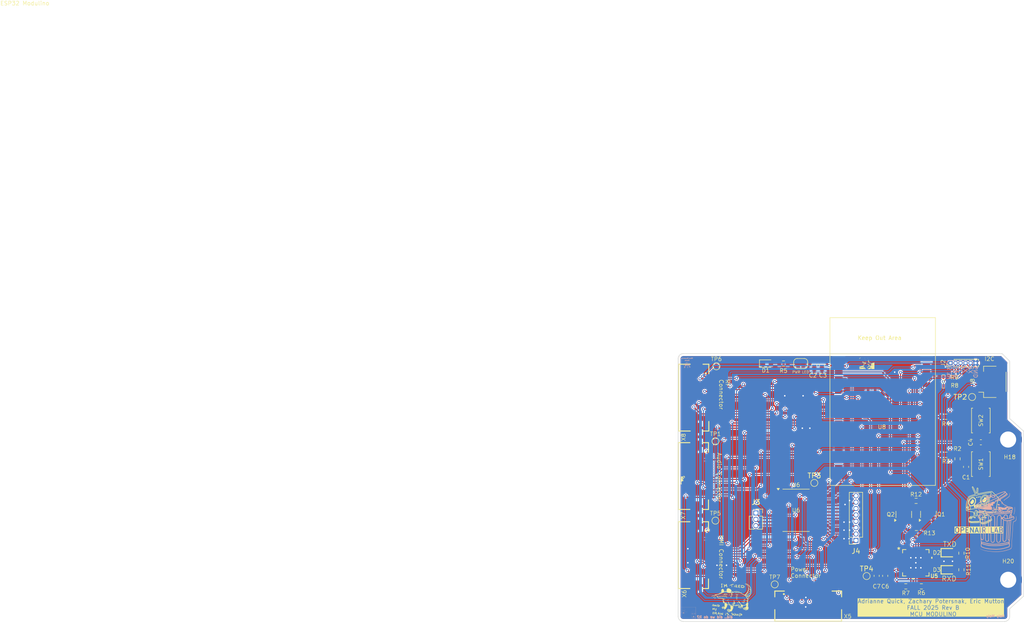
<source format=kicad_pcb>
(kicad_pcb
	(version 20241229)
	(generator "pcbnew")
	(generator_version "9.0")
	(general
		(thickness 1.5422)
		(legacy_teardrops no)
	)
	(paper "A4")
	(layers
		(0 "F.Cu" signal)
		(4 "In1.Cu" power)
		(6 "In2.Cu" power)
		(2 "B.Cu" signal)
		(9 "F.Adhes" user "F.Adhesive")
		(11 "B.Adhes" user "B.Adhesive")
		(13 "F.Paste" user)
		(15 "B.Paste" user)
		(5 "F.SilkS" user "F.Silkscreen")
		(7 "B.SilkS" user "B.Silkscreen")
		(1 "F.Mask" user)
		(3 "B.Mask" user)
		(17 "Dwgs.User" user "User.Drawings")
		(19 "Cmts.User" user "User.Comments")
		(21 "Eco1.User" user "User.Eco1")
		(23 "Eco2.User" user "User.Eco2")
		(25 "Edge.Cuts" user)
		(27 "Margin" user)
		(31 "F.CrtYd" user "F.Courtyard")
		(29 "B.CrtYd" user "B.Courtyard")
		(35 "F.Fab" user "Mechanical 12")
		(33 "B.Fab" user "Top Assembly")
		(39 "User.1" user "Top 3D Body")
		(41 "User.2" user "Top Designator")
		(43 "User.3" user "Route Tool Path")
		(45 "User.4" user "Board")
		(47 "User.5" user "Mechanical 5")
		(49 "User.6" user "Bottom Courtyard")
		(51 "User.7" user "Mechanical 7")
		(53 "User.8" user "Bottom 3D Body")
		(55 "User.9" user "Mechanical 9")
		(57 "User.10" user "Bottom Assembly")
		(59 "User.11" user "Mechanical 11")
		(61 "User.12" user "Mechanical 14")
		(63 "User.13" user "Top Courtyard")
		(65 "User.14" user "Mechanical 16")
	)
	(setup
		(stackup
			(layer "F.SilkS"
				(type "Top Silk Screen")
				(color "White")
				(material "Liquid Photo")
			)
			(layer "F.Paste"
				(type "Top Solder Paste")
			)
			(layer "F.Mask"
				(type "Top Solder Mask")
				(color "Purple")
				(thickness 0.0152)
				(material "SMOBC")
				(epsilon_r 3.9)
				(loss_tangent 0.033)
			)
			(layer "F.Cu"
				(type "copper")
				(thickness 0.0432)
			)
			(layer "dielectric 1"
				(type "prepreg")
				(color "FR4 natural")
				(thickness 0.1999 locked)
				(material "FR408-HR")
				(epsilon_r 3.61)
				(loss_tangent 0.0091)
			)
			(layer "In1.Cu"
				(type "copper")
				(thickness 0.0175)
			)
			(layer "dielectric 2"
				(type "core")
				(color "FR4 natural")
				(thickness 0.9906 locked)
				(material "FR408-HR")
				(epsilon_r 3.87)
				(loss_tangent 0.0091)
			)
			(layer "In2.Cu"
				(type "copper")
				(thickness 0.0175)
			)
			(layer "dielectric 3"
				(type "prepreg")
				(color "FR4 natural")
				(thickness 0.1999 locked)
				(material "FR408-HR")
				(epsilon_r 3.61)
				(loss_tangent 0.0091)
			)
			(layer "B.Cu"
				(type "copper")
				(thickness 0.0432)
			)
			(layer "B.Mask"
				(type "Bottom Solder Mask")
				(color "Purple")
				(thickness 0.0152)
				(material "SMOBC")
				(epsilon_r 3.9)
				(loss_tangent 0.033)
			)
			(layer "B.Paste"
				(type "Bottom Solder Paste")
			)
			(layer "B.SilkS"
				(type "Bottom Silk Screen")
				(color "White")
				(material "Liquid Photo")
			)
			(copper_finish "ENIG")
			(dielectric_constraints yes)
		)
		(pad_to_mask_clearance 0.0762)
		(solder_mask_min_width 0.1016)
		(allow_soldermask_bridges_in_footprints no)
		(tenting front back)
		(aux_axis_origin 127.20111 115.16359)
		(grid_origin 127.20111 115.16359)
		(pcbplotparams
			(layerselection 0x00000000_00000000_55555555_5755f5ff)
			(plot_on_all_layers_selection 0x00000000_00000000_00000000_00000000)
			(disableapertmacros no)
			(usegerberextensions no)
			(usegerberattributes yes)
			(usegerberadvancedattributes yes)
			(creategerberjobfile yes)
			(dashed_line_dash_ratio 12.000000)
			(dashed_line_gap_ratio 3.000000)
			(svgprecision 4)
			(plotframeref no)
			(mode 1)
			(useauxorigin no)
			(hpglpennumber 1)
			(hpglpenspeed 20)
			(hpglpendiameter 15.000000)
			(pdf_front_fp_property_popups yes)
			(pdf_back_fp_property_popups yes)
			(pdf_metadata yes)
			(pdf_single_document no)
			(dxfpolygonmode yes)
			(dxfimperialunits yes)
			(dxfusepcbnewfont yes)
			(psnegative no)
			(psa4output no)
			(plot_black_and_white yes)
			(sketchpadsonfab no)
			(plotpadnumbers no)
			(hidednponfab no)
			(sketchdnponfab yes)
			(crossoutdnponfab yes)
			(subtractmaskfromsilk no)
			(outputformat 1)
			(mirror no)
			(drillshape 1)
			(scaleselection 1)
			(outputdirectory "")
		)
	)
	(net 0 "")
	(net 1 "GND")
	(net 2 "/EN")
	(net 3 "/BCLK")
	(net 4 "/RF_INT")
	(net 5 "/LRCLK")
	(net 6 "/BMS_INT")
	(net 7 "/HMI_INT")
	(net 8 "/SCL")
	(net 9 "/AUDIO_INT")
	(net 10 "/SDA")
	(net 11 "unconnected-(X6-Pad2)")
	(net 12 "unconnected-(X6-Pad6)")
	(net 13 "unconnected-(X7-Pad2)")
	(net 14 "unconnected-(X7-Pad4)")
	(net 15 "unconnected-(X7-Pad5)")
	(net 16 "unconnected-(X7-Pad6)")
	(net 17 "unconnected-(X7-Pad7)")
	(net 18 "unconnected-(X7-Pad8)")
	(net 19 "unconnected-(X7-Pad9)")
	(net 20 "unconnected-(X7-Pad16)")
	(net 21 "unconnected-(U5-DCD-Pad1)")
	(net 22 "unconnected-(U5-RI{slash}CLK-Pad2)")
	(net 23 "unconnected-(U5-NC-Pad10)")
	(net 24 "unconnected-(U5-SUSPEND-Pad12)")
	(net 25 "unconnected-(U5-CHREN-Pad13)")
	(net 26 "unconnected-(U5-CHR1-Pad14)")
	(net 27 "unconnected-(U5-CHR0-Pad15)")
	(net 28 "unconnected-(U5-GPIO.3{slash}WAKEUP-Pad16)")
	(net 29 "unconnected-(U5-GPIO.2{slash}RS485-Pad17)")
	(net 30 "unconnected-(U5-GPIO.6-Pad20)")
	(net 31 "unconnected-(U5-GPIO.5-Pad21)")
	(net 32 "unconnected-(U5-GPIO.4-Pad22)")
	(net 33 "unconnected-(U5-CTS-Pad23)")
	(net 34 "unconnected-(U5-DSR-Pad27)")
	(net 35 "unconnected-(U8-NC-Pad17)")
	(net 36 "unconnected-(U8-NC-Pad18)")
	(net 37 "unconnected-(U8-NC-Pad19)")
	(net 38 "unconnected-(U8-NC-Pad20)")
	(net 39 "unconnected-(U8-NC-Pad21)")
	(net 40 "unconnected-(U8-NC-Pad22)")
	(net 41 "Net-(Q1-B)")
	(net 42 "unconnected-(U8-NC-Pad27)")
	(net 43 "unconnected-(U8-NC-Pad28)")
	(net 44 "unconnected-(U8-NC-Pad32)")
	(net 45 "/HSPI_CS")
	(net 46 "/VSPI_CS")
	(net 47 "unconnected-(X5-Pad4)")
	(net 48 "unconnected-(X5-Pad5)")
	(net 49 "unconnected-(X5-Pad6)")
	(net 50 "unconnected-(X5-Pad8)")
	(net 51 "Net-(Q2-B)")
	(net 52 "/VSPI_MISO")
	(net 53 "/VSPI_SCLK")
	(net 54 "/X_INT")
	(net 55 "/VSPI_GDO2")
	(net 56 "/HSPI_DC")
	(net 57 "/HSPI_SCLK")
	(net 58 "/HSPI_MOSI")
	(net 59 "/VSPI_MOSI")
	(net 60 "/VSPI_GDO0")
	(net 61 "/D-")
	(net 62 "/D+")
	(net 63 "Net-(JP2-A)")
	(net 64 "/DIN")
	(net 65 "/DOUT")
	(net 66 "Net-(D1-A)")
	(net 67 "/IO0")
	(net 68 "Net-(D2-K)")
	(net 69 "Net-(D2-A)")
	(net 70 "Net-(D3-K)")
	(net 71 "Net-(D3-A)")
	(net 72 "/CC1200_RST")
	(net 73 "RXD0")
	(net 74 "RXD")
	(net 75 "Net-(J3-Pin_1)")
	(net 76 "Net-(J4-Pin_1)")
	(net 77 "/RTS")
	(net 78 "/DTR")
	(net 79 "Net-(U5-SUSPENDb)")
	(net 80 "Net-(U5-RSTb)")
	(net 81 "Net-(U8-RXD0)")
	(net 82 "Net-(U8-TXD0)")
	(net 83 "/AMP_SD")
	(net 84 "+3.3V")
	(net 85 "/TFT_RST")
	(net 86 "/CARD_CS")
	(net 87 "/BAT_LOW")
	(net 88 "Net-(J3-Pin_2)")
	(net 89 "Net-(J3-Pin_3)")
	(net 90 "Net-(J4-Pin_8)")
	(net 91 "Net-(J4-Pin_5)")
	(net 92 "Net-(J4-Pin_7)")
	(net 93 "Net-(J4-Pin_3)")
	(net 94 "Net-(J4-Pin_6)")
	(net 95 "Net-(J4-Pin_4)")
	(net 96 "Net-(J4-Pin_2)")
	(footprint "Resistor_SMD:R_0603_1608Metric" (layer "F.Cu") (at 203.2 105.5 180))
	(footprint "TestPoint:TestPoint_Pad_D1.0mm" (layer "F.Cu") (at 208.400882 93.989596))
	(footprint "LOGO" (layer "F.Cu") (at 150.85 110.5 -90))
	(footprint "TestPoint:TestPoint_Pad_D1.0mm" (layer "F.Cu") (at 169.1 131.3))
	(footprint "Capacitor_SMD:C_0603_1608Metric" (layer "F.Cu") (at 176.976 87.6 -90))
	(footprint "TestPoint:TestPoint_Pad_D1.0mm" (layer "F.Cu") (at 176.98511 111.09959))
	(footprint "LOGO"
		(layer "F.Cu")
		(uuid "1c43eb46-1aeb-42f2-ad6c-50abc9b9958f")
		(at 187.45 87.3)
		(property "Reference" "G***"
			(at 0 0 0)
			(layer "F.SilkS")
			(hide yes)
			(uuid "2db9cc8e-0516-4551-8e8b-e081d3ecb011")
			(effects
				(font
					(size 1.5 1.5)
					(thickness 0.3)
				)
			)
		)
		(property "Value" "LOGO"
			(at 0.75 0 0)
			(layer "F.SilkS")
			(hide yes)
			(uuid "2864f0dc-83d5-4026-bb98-6b5dbbb663b6")
			(effects
				(font
					(size 1.5 1.5)
					(thickness 0.3)
				)
			)
		)
		(property "Datasheet" ""
			(at 0 0 0)
			(layer "F.Fab")
			(hide yes)
			(uuid "b759110f-2a45-4c26-b730-e5e1317ba9f1")
			(effects
				(font
					(size 1.27 1.27)
					(thickness 0.15)
				)
			)
		)
		(property "Description" ""
			(at 0 0 0)
			(layer "F.Fab")
			(hide yes)
			(uuid "882f08fd-1f5b-44c8-b81d-632e81f1238b")
			(effects
				(font
					(size 1.27 1.27)
					(thickness 0.15)
				)
			)
		)
		(attr board_only exclude_from_pos_files exclude_from_bom)
		(fp_poly
			(pts
				(xy -1.49853 -1.088272) (xy -1.49928 -1.087522) (xy -1.50003 -1.088272) (xy -1.49928 -1.089022)
			)
			(stroke
				(width 0)
				(type solid)
			)
			(fill yes)
			(layer "F.SilkS")
			(uuid "f7a09b69-7a56-402e-bdc2-9927f960488f")
		)
		(fp_poly
			(pts
				(xy -1.440029 -0.933769) (xy -1.440779 -0.933019) (xy -1.441529 -0.933769) (xy -1.440779 -0.934519)
			)
			(stroke
				(width 0)
				(type solid)
			)
			(fill yes)
			(layer "F.SilkS")
			(uuid "5bf16dae-9fa4-4581-a402-36814e5d4678")
		)
		(fp_poly
			(pts
				(xy -1.426529 -1.076272) (xy -1.427279 -1.075522) (xy -1.428029 -1.076272) (xy -1.427279 -1.077022)
			)
			(stroke
				(width 0)
				(type solid)
			)
			(fill yes)
			(layer "F.SilkS")
			(uuid "0541f85e-e2d1-46b8-abba-51d6db2419a4")
		)
		(fp_poly
			(pts
				(xy -1.414529 -1.077772) (xy -1.415279 -1.077022) (xy -1.416029 -1.077772) (xy -1.415279 -1.078522)
			)
			(stroke
				(width 0)
				(type solid)
			)
			(fill yes)
			(layer "F.SilkS")
			(uuid "2d396819-9596-4b0d-876e-08d6930cec26")
		)
		(fp_poly
			(pts
				(xy -1.408529 -1.088272) (xy -1.409279 -1.087522) (xy -1.410029 -1.088272) (xy -1.409279 -1.089022)
			)
			(stroke
				(width 0)
				(type solid)
			)
			(fill yes)
			(layer "F.SilkS")
			(uuid "0ea52d04-4374-43cf-912e-19fe3b6a4f00")
		)
		(fp_poly
			(pts
				(xy -1.126523 0.218254) (xy -1.127273 0.219004) (xy -1.128023 0.218254) (xy -1.127273 0.217504)
			)
			(stroke
				(width 0)
				(type solid)
			)
			(fill yes)
			(layer "F.SilkS")
			(uuid "f6df51d5-f295-4f3f-8aba-d804665e13d8")
		)
		(fp_poly
			(pts
				(xy -1.104023 0.255755) (xy -1.104773 0.256505) (xy -1.105523 0.255755) (xy -1.104773 0.255005)
			)
			(stroke
				(width 0)
				(type solid)
			)
			(fill yes)
			(layer "F.SilkS")
			(uuid "29ef411e-6a68-4e3b-b097-594b56ced4d4")
		)
		(fp_poly
			(pts
				(xy -0.936019 -0.344257) (xy -0.936769 -0.343507) (xy -0.937519 -0.344257) (xy -0.936769 -0.345007)
			)
			(stroke
				(width 0)
				(type solid)
			)
			(fill yes)
			(layer "F.SilkS")
			(uuid "6dccbe82-48d1-4b45-9db8-abd8e3037318")
		)
		(fp_poly
			(pts
				(xy -0.900019 -0.245255) (xy -0.900769 -0.244505) (xy -0.901519 -0.245255) (xy -0.900769 -0.246005)
			)
			(stroke
				(width 0)
				(type solid)
			)
			(fill yes)
			(layer "F.SilkS")
			(uuid "4fbec9be-57d0-4d0a-8dd9-3ea88271cf70")
		)
		(fp_poly
			(pts
				(xy -0.807017 -0.144753) (xy -0.807767 -0.144003) (xy -0.808517 -0.144753) (xy -0.807767 -0.145503)
			)
			(stroke
				(width 0)
				(type solid)
			)
			(fill yes)
			(layer "F.SilkS")
			(uuid "5c4cae81-e239-43ec-be50-cebda95b09b4")
		)
		(fp_poly
			(pts
				(xy -0.804017 -0.147753) (xy -0.804767 -0.147003) (xy -0.805517 -0.147753) (xy -0.804767 -0.148503)
			)
			(stroke
				(width 0)
				(type solid)
			)
			(fill yes)
			(layer "F.SilkS")
			(uuid "eebd737b-360c-4a3c-9243-6ca6b636dcc1")
		)
		(fp_poly
			(pts
				(xy -0.792017 -0.177754) (xy -0.792767 -0.177004) (xy -0.793517 -0.177754) (xy -0.792767 -0.178504)
			)
			(stroke
				(width 0)
				(type solid)
			)
			(fill yes)
			(layer "F.SilkS")
			(uuid "0af38e68-c5cf-49cd-8914-91ba7c1fef4b")
		)
		(fp_poly
			(pts
				(xy -0.780016 -0.207754) (xy -0.780766 -0.207004) (xy -0.781516 -0.207754) (xy -0.780766 -0.208504)
			)
			(stroke
				(width 0)
				(type solid)
			)
			(fill yes)
			(layer "F.SilkS")
			(uuid "e861dc9b-c62a-4639-a480-8d24609443bb")
		)
		(fp_poly
			(pts
				(xy -0.768016 -0.224255) (xy -0.768766 -0.223505) (xy -0.769516 -0.224255) (xy -0.768766 -0.225005)
			)
			(stroke
				(width 0)
				(type solid)
			)
			(fill yes)
			(layer "F.SilkS")
			(uuid "275ddd04-051f-4bdc-b572-8d7c670f7477")
		)
		(fp_poly
			(pts
				(xy -0.750016 -0.216755) (xy -0.750766 -0.216005) (xy -0.751516 -0.216755) (xy -0.750766 -0.217505)
			)
			(stroke
				(width 0)
				(type solid)
			)
			(fill yes)
			(layer "F.SilkS")
			(uuid "0c071ea5-8675-4d2b-bb80-7fa39f19deac")
		)
		(fp_poly
			(pts
				(xy -0.727515 -0.168754) (xy -0.728265 -0.168004) (xy -0.729015 -0.168754) (xy -0.728265 -0.169504)
			)
			(stroke
				(width 0)
				(type solid)
			)
			(fill yes)
			(layer "F.SilkS")
			(uuid "4a7f17fd-3460-4245-b7e1-e9f606724b32")
		)
		(fp_poly
			(pts
				(xy -0.714015 -0.020251) (xy -0.714765 -0.019501) (xy -0.715515 -0.020251) (xy -0.714765 -0.021001)
			)
			(stroke
				(width 0)
				(type solid)
			)
			(fill yes)
			(layer "F.SilkS")
			(uuid "50f1abeb-ee4d-4113-86b0-b249808e7757")
		)
		(fp_poly
			(pts
				(xy -0.711015 -0.171754) (xy -0.711765 -0.171004) (xy -0.712515 -0.171754) (xy -0.711765 -0.172504)
			)
			(stroke
				(width 0)
				(type solid)
			)
			(fill yes)
			(layer "F.SilkS")
			(uuid "d3c6be00-2b86-4ef1-bc8b-c02fd69f2e85")
		)
		(fp_poly
			(pts
				(xy -0.708015 -0.174754) (xy -0.708765 -0.174004) (xy -0.709515 -0.174754) (xy -0.708765 -0.175504)
			)
			(stroke
				(width 0)
				(type solid)
			)
			(fill yes)
			(layer "F.SilkS")
			(uuid "02f093f1-01fb-4d4c-bdc7-4af132c442dc")
		)
		(fp_poly
			(pts
				(xy -0.696015 -0.110253) (xy -0.696765 -0.109503) (xy -0.697515 -0.110253) (xy -0.696765 -0.111003)
			)
			(stroke
				(width 0)
				(type solid)
			)
			(fill yes)
			(layer "F.SilkS")
			(uuid "da5ac0df-5937-4b78-a525-b2501652160f")
		)
		(fp_poly
			(pts
				(xy -0.694515 0.00375) (xy -0.695265 0.0045) (xy -0.696015 0.00375) (xy -0.695265 0.003)
			)
			(stroke
				(width 0)
				(type solid)
			)
			(fill yes)
			(layer "F.SilkS")
			(uuid "d50c1e7a-dac5-4257-932e-8c56626357dd")
		)
		(fp_poly
			(pts
				(xy -0.687014 -0.128253) (xy -0.687765 -0.127503) (xy -0.688515 -0.128253) (xy -0.687765 -0.129003)
			)
			(stroke
				(width 0)
				(type solid)
			)
			(fill yes)
			(layer "F.SilkS")
			(uuid "07630800-cbe0-47e4-b173-2adbbd96bc4c")
		)
		(fp_poly
			(pts
				(xy -0.684014 -0.111753) (xy -0.684764 -0.111003) (xy -0.685514 -0.111753) (xy -0.684764 -0.112503)
			)
			(stroke
				(width 0)
				(type solid)
			)
			(fill yes)
			(layer "F.SilkS")
			(uuid "d40efd4c-39a4-4678-8ebc-86df9979e3b3")
		)
		(fp_poly
			(pts
				(xy -0.672014 -0.144753) (xy -0.672764 -0.144003) (xy -0.673514 -0.144753) (xy -0.672764 -0.145503)
			)
			(stroke
				(width 0)
				(type solid)
			)
			(fill yes)
			(layer "F.SilkS")
			(uuid "55ea6719-91c1-4179-8ef4-5522f4faf320")
		)
		(fp_poly
			(pts
				(xy -0.663014 -0.033751) (xy -0.663764 -0.033001) (xy -0.664514 -0.033751) (xy -0.663764 -0.034501)
			)
			(stroke
				(width 0)
				(type solid)
			)
			(fill yes)
			(layer "F.SilkS")
			(uuid "58405503-b254-45b9-ad97-d8ef46890f61")
		)
		(fp_poly
			(pts
				(xy -0.660014 -0.117753) (xy -0.660764 -0.117003) (xy -0.661514 -0.117753) (xy -0.660764 -0.118503)
			)
			(stroke
				(width 0)
				(type solid)
			)
			(fill yes)
			(layer "F.SilkS")
			(uuid "ce3cc6a2-0ded-4148-a45c-9edfe574e9fb")
		)
		(fp_poly
			(pts
				(xy -0.658514 0.261755) (xy -0.659264 0.262505) (xy -0.660014 0.261755) (xy -0.659264 0.261005)
			)
			(stroke
				(width 0)
				(type solid)
			)
			(fill yes)
			(layer "F.SilkS")
			(uuid "7164161a-a387-4e19-95e2-3b2ca4cc2a1e")
		)
		(fp_poly
			(pts
				(xy -0.646514 0.068251) (xy -0.647264 0.069001) (xy -0.648014 0.068251) (xy -0.647264 0.067501)
			)
			(stroke
				(width 0)
				(type solid)
			)
			(fill yes)
			(layer "F.SilkS")
			(uuid "123b1dab-5a4c-4acd-8452-5fdc1c6c892a")
		)
		(fp_poly
			(pts
				(xy -0.618013 1.03577) (xy -0.618763 1.03652) (xy -0.619513 1.03577) (xy -0.618763 1.03502)
			)
			(stroke
				(width 0)
				(type solid)
			)
			(fill yes)
			(layer "F.SilkS")
			(uuid "322fed83-d8a8-4dd8-96fb-77862ffb94b3")
		)
		(fp_poly
			(pts
				(xy -0.606013 0.170253) (xy -0.606763 0.171003) (xy -0.607513 0.170253) (xy -0.606763 0.169503)
			)
			(stroke
				(width 0)
				(type solid)
			)
			(fill yes)
			(layer "F.SilkS")
			(uuid "848e8e4a-a27c-4c60-a6d2-8cae64ee376f")
		)
		(fp_poly
			(pts
				(xy -0.600013 -0.075752) (xy -0.600763 -0.075002) (xy -0.601513 -0.075752) (xy -0.600763 -0.076502)
			)
			(stroke
				(width 0)
				(type solid)
			)
			(fill yes)
			(layer "F.SilkS")
			(uuid "199ba9da-7c2e-42c0-806c-86bda4d64f6b")
		)
		(fp_poly
			(pts
				(xy -0.600013 0.191253) (xy -0.600763 0.192003) (xy -0.601513 0.191253) (xy -0.600763 0.190503)
			)
			(stroke
				(width 0)
				(type solid)
			)
			(fill yes)
			(layer "F.SilkS")
			(uuid "f643fc82-e109-4f97-bf5d-a8332a250792")
		)
		(fp_poly
			(pts
				(xy -0.600013 0.354757) (xy -0.600763 0.355507) (xy -0.601513 0.354757) (xy -0.600763 0.354007)
			)
			(stroke
				(width 0)
				(type solid)
			)
			(fill yes)
			(layer "F.SilkS")
			(uuid "6afda78f-8566-4a3d-8d5c-0e6a5ba3554b")
		)
		(fp_poly
			(pts
				(xy -0.600013 0.449258) (xy -0.600763 0.450009) (xy -0.601513 0.449258) (xy -0.600763 0.448508)
			)
			(stroke
				(width 0)
				(type solid)
			)
			(fill yes)
			(layer "F.SilkS")
			(uuid "1fedd841-ec3e-482b-93e7-f24e2072118f")
		)
		(fp_poly
			(pts
				(xy -0.598513 -0.111753) (xy -0.599263 -0.111003) (xy -0.600013 -0.111753) (xy -0.599263 -0.112503)
			)
			(stroke
				(width 0)
				(type solid)
			)
			(fill yes)
			(layer "F.SilkS")
			(uuid "33ca216f-7c15-4c71-9540-01b4330737fe")
		)
		(fp_poly
			(pts
				(xy -0.598513 0.087751) (xy -0.599263 0.088501) (xy -0.600013 0.087751) (xy -0.599263 0.087001)
			)
			(stroke
				(width 0)
				(type solid)
			)
			(fill yes)
			(layer "F.SilkS")
			(uuid "7431dcf9-86a5-4f2e-92f5-03f1175d7a12")
		)
		(fp_poly
			(pts
				(xy -0.591013 -0.50176) (xy -0.591763 -0.50101) (xy -0.592513 -0.50176) (xy -0.591763 -0.50251)
			)
			(stroke
				(width 0)
				(type solid)
			)
			(fill yes)
			(layer "F.SilkS")
			(uuid "94f376b9-54b2-4c5c-9c5c-30db6c1396df")
		)
		(fp_poly
			(pts
				(xy -0.588013 0.375757) (xy -0.588763 0.376507) (xy -0.589513 0.375757) (xy -0.588763 0.375007)
			)
			(stroke
				(width 0)
				(type solid)
			)
			(fill yes)
			(layer "F.SilkS")
			(uuid "f2fea439-4852-43ca-8a32-6f83e059df5c")
		)
		(fp_poly
			(pts
				(xy -0.586513 -0.123753) (xy -0.587263 -0.123003) (xy -0.588013 -0.123753) (xy -0.587263 -0.124503)
			)
			(stroke
				(width 0)
				(type solid)
			)
			(fill yes)
			(layer "F.SilkS")
			(uuid "4423a03a-3a12-4ef7-9df0-a599d5cf3bc4")
		)
		(fp_poly
			(pts
				(xy -0.585012 -0.116253) (xy -0.585763 -0.115503) (xy -0.586513 -0.116253) (xy -0.585763 -0.117003)
			)
			(stroke
				(width 0)
				(type solid)
			)
			(fill yes)
			(layer "F.SilkS")
			(uuid "ec46c45d-37e1-44d9-bbbb-464a1357acb9")
		)
		(fp_poly
			(pts
				(xy -0.579012 -0.357757) (xy -0.579762 -0.357007) (xy -0.580512 -0.357757) (xy -0.579762 -0.358507)
			)
			(stroke
				(width 0)
				(type solid)
			)
			(fill yes)
			(layer "F.SilkS")
			(uuid "9b8e0ad7-1eca-4919-8d84-986cd540a741")
		)
		(fp_poly
			(pts
				(xy -0.576012 0.594761) (xy -0.576762 0.595511) (xy -0.577512 0.594761) (xy -0.576762 0.594011)
			)
			(stroke
				(width 0)
				(type solid)
			)
			(fill yes)
			(layer "F.SilkS")
			(uuid "bdd49c00-178d-414b-9ef2-23f024865a1b")
		)
		(fp_poly
			(pts
				(xy -0.576012 0.603762) (xy -0.576762 0.604512) (xy -0.577512 0.603762) (xy -0.576762 0.603012)
			)
			(stroke
				(width 0)
				(type solid)
			)
			(fill yes)
			(layer "F.SilkS")
			(uuid "36f0ee39-45e2-425f-9963-0d9bbe0d362a")
		)
		(fp_poly
			(pts
				(xy -0.559512 -0.260255) (xy -0.560262 -0.259505) (xy -0.561012 -0.260255) (xy -0.560262 -0.261005)
			)
			(stroke
				(width 0)
				(type solid)
			)
			(fill yes)
			(layer "F.SilkS")
			(uuid "c8a0f39d-d1ae-4ef4-890b-2321a5737716")
		)
		(fp_poly
			(pts
				(xy -0.550512 -0.032251) (xy -0.551262 -0.031501) (xy -0.552012 -0.032251) (xy -0.551262 -0.033001)
			)
			(stroke
				(width 0)
				(type solid)
			)
			(fill yes)
			(layer "F.SilkS")
			(uuid "ecffb6cf-8869-4412-9ccb-988fb352757c")
		)
		(fp_poly
			(pts
				(xy -0.540012 -0.053251) (xy -0.540762 -0.052501) (xy -0.541512 -0.053251) (xy -0.540762 -0.054001)
			)
			(stroke
				(width 0)
				(type solid)
			)
			(fill yes)
			(layer "F.SilkS")
			(uuid "5bf70f93-576f-468a-a221-4cfc9acda9b1")
		)
		(fp_poly
			(pts
				(xy -0.540012 0.222754) (xy -0.540762 0.223504) (xy -0.541512 0.222754) (xy -0.540762 0.222004)
			)
			(stroke
				(width 0)
				(type solid)
			)
			(fill yes)
			(layer "F.SilkS")
			(uuid "5920e15f-5e03-4ff3-bb68-9d3e437ee0db")
		)
		(fp_poly
			(pts
				(xy -0.538512 0.053251) (xy -0.539262 0.054001) (xy -0.540012 0.053251) (xy -0.539262 0.052501)
			)
			(stroke
				(width 0)
				(type solid)
			)
			(fill yes)
			(layer "F.SilkS")
			(uuid "63701667-26f9-4a95-b149-4e4009282f4e")
		)
		(fp_poly
			(pts
				(xy -0.528011 -0.072752) (xy -0.528761 -0.072002) (xy -0.529511 -0.072752) (xy -0.528761 -0.073502)
			)
			(stroke
				(width 0)
				(type solid)
			)
			(fill yes)
			(layer "F.SilkS")
			(uuid "15001043-13d0-449b-82e2-0e609b2001f3")
		)
		(fp_poly
			(pts
				(xy -0.522011 -0.081752) (xy -0.522761 -0.081002) (xy -0.523511 -0.081752) (xy -0.522761 -0.082502)
			)
			(stroke
				(width 0)
				(type solid)
			)
			(fill yes)
			(layer "F.SilkS")
			(uuid "4889723a-edc5-464c-9952-dddb567cf11e")
		)
		(fp_poly
			(pts
				(xy -0.516011 -0.093752) (xy -0.516761 -0.093002) (xy -0.517511 -0.093752) (xy -0.516761 -0.094502)
			)
			(stroke
				(width 0)
				(type solid)
			)
			(fill yes)
			(layer "F.SilkS")
			(uuid "d7cea36b-5a28-4779-9b92-f993cdbf0408")
		)
		(fp_poly
			(pts
				(xy -0.46801 -0.260255) (xy -0.46876 -0.259505) (xy -0.46951 -0.260255) (xy -0.46876 -0.261005)
			)
			(stroke
				(width 0)
				(type solid)
			)
			(fill yes)
			(layer "F.SilkS")
			(uuid "c26f5f71-dca3-43a6-882d-6d6bcce904d3")
		)
		(fp_poly
			(pts
				(xy -0.46801 -0.185254) (xy -0.46876 -0.184504) (xy -0.46951 -0.185254) (xy -0.46876 -0.186004)
			)
			(stroke
				(width 0)
				(type solid)
			)
			(fill yes)
			(layer "F.SilkS")
			(uuid "e3d88ff4-d6e7-4085-8725-991ac9aff382")
		)
		(fp_poly
			(pts
				(xy -0.46801 0.260255) (xy -0.46876 0.261005) (xy -0.46951 0.260255) (xy -0.46876 0.259505)
			)
			(stroke
				(width 0)
				(type solid)
			)
			(fill yes)
			(layer "F.SilkS")
			(uuid "a16d43c6-05da-491a-8963-3212acc3fc58")
		)
		(fp_poly
			(pts
				(xy -0.45601 -0.209254) (xy -0.45676 -0.208504) (xy -0.45751 -0.209254) (xy -0.45676 -0.210004)
			)
			(stroke
				(width 0)
				(type solid)
			)
			(fill yes)
			(layer "F.SilkS")
			(uuid "8927e8bd-a2c2-45eb-aa1b-6109bab277ae")
		)
		(fp_poly
			(pts
				(xy -0.45451 0.189753) (xy -0.45526 0.190503) (xy -0.45601 0.189753) (xy -0.45526 0.189003)
			)
			(stroke
				(width 0)
				(type solid)
			)
			(fill yes)
			(layer "F.SilkS")
			(uuid "64eb32cd-d053-4e8b-b044-d868f2a03e0e")
		)
		(fp_poly
			(pts
				(xy -0.44401 -0.266256) (xy -0.44476 -0.265506) (xy -0.44551 -0.266256) (xy -0.44476 -0.267006)
			)
			(stroke
				(width 0)
				(type solid)
			)
			(fill yes)
			(layer "F.SilkS")
			(uuid "ac105a49-6bb2-468a-9725-f4533afeb2fc")
		)
		(fp_poly
			(pts
				(xy -0.44401 0.176253) (xy -0.44476 0.177003) (xy -0.44551 0.176253) (xy -0.44476 0.175503)
			)
			(stroke
				(width 0)
				(type solid)
			)
			(fill yes)
			(layer "F.SilkS")
			(uuid "e2438cd5-484a-4f80-8867-94b98f90fc54")
		)
		(fp_poly
			(pts
				(xy -0.43501 0.771765) (xy -0.43576 0.772515) (xy -0.43651 0.771765) (xy -0.43576 0.771015)
			)
			(stroke
				(width 0)
				(type solid)
			)
			(fill yes)
			(layer "F.SilkS")
			(uuid "352ad633-fdad-4c56-9d10-8addd7b1f240")
		)
		(fp_poly
			(pts
				(xy -0.432009 0.798765) (xy -0.432759 0.799515) (xy -0.43351 0.798765) (xy -0.432759 0.798015)
			)
			(stroke
				(width 0)
				(type solid)
			)
			(fill yes)
			(layer "F.SilkS")
			(uuid "9910a7e0-7f43-4a9f-8dfc-890dc5dc461f")
		)
		(fp_poly
			(pts
				(xy -0.427509 -0.215255) (xy -0.428259 -0.214505) (xy -0.429009 -0.215255) (xy -0.428259 -0.216005)
			)
			(stroke
				(width 0)
				(type solid)
			)
			(fill yes)
			(layer "F.SilkS")
			(uuid "88e433a0-e4f4-48be-834a-301ba652d1ea")
		)
		(fp_poly
			(pts
				(xy -0.408009 -0.284256) (xy -0.408759 -0.283506) (xy -0.409509 -0.284256) (xy -0.408759 -0.285006)
			)
			(stroke
				(width 0)
				(type solid)
			)
			(fill yes)
			(layer "F.SilkS")
			(uuid "7b714093-31b3-44b2-96ad-0adbda92c4e6")
		)
		(fp_poly
			(pts
				(xy -0.390009 -0.303756) (xy -0.390759 -0.303006) (xy -0.391509 -0.303756) (xy -0.390759 -0.304506)
			)
			(stroke
				(width 0)
				(type solid)
			)
			(fill yes)
			(layer "F.SilkS")
			(uuid "b1936b33-e0c9-402e-90c1-fc9e7e063ec5")
		)
		(fp_poly
			(pts
				(xy -0.384009 -0.320257) (xy -0.384759 -0.319507) (xy -0.385509 -0.320257) (xy -0.384759 -0.321007)
			)
			(stroke
				(width 0)
				(type solid)
			)
			(fill yes)
			(layer "F.SilkS")
			(uuid "67d0efc7-fdcb-46fa-a065-a52433f3fafb")
		)
		(fp_poly
			(pts
				(xy -0.376508 -0.321757) (xy -0.377258 -0.321007) (xy -0.378008 -0.321757) (xy -0.377258 -0.322507)
			)
			(stroke
				(width 0)
				(type solid)
			)
			(fill yes)
			(layer "F.SilkS")
			(uuid "b74e3973-56e7-4cb1-83fc-6fe4c155fb42")
		)
		(fp_poly
			(pts
				(xy -0.351008 -0.309756) (xy -0.351758 -0.309006) (xy -0.352508 -0.309756) (xy -0.351758 -0.310506)
			)
			(stroke
				(width 0)
				(type solid)
			)
			(fill yes)
			(layer "F.SilkS")
			(uuid "030ea4a2-1078-4aaf-822f-dc574d31728b")
		)
		(fp_poly
			(pts
				(xy -0.349508 -0.321757) (xy -0.350258 -0.321007) (xy -0.351008 -0.321757) (xy -0.350258 -0.322507)
			)
			(stroke
				(width 0)
				(type solid)
			)
			(fill yes)
			(layer "F.SilkS")
			(uuid "c9eb84db-de98-4a92-91f8-81d63f6d6f88")
		)
		(fp_poly
			(pts
				(xy -0.343508 -0.314257) (xy -0.344258 -0.313507) (xy -0.345008 -0.314257) (xy -0.344258 -0.315007)
			)
			(stroke
				(width 0)
				(type solid)
			)
			(fill yes)
			(layer "F.SilkS")
			(uuid "1df0b76b-f284-4414-892c-dc0995239761")
		)
		(fp_poly
			(pts
				(xy -0.339008 0.942768) (xy -0.339758 0.943518) (xy -0.340508 0.942768) (xy -0.339758 0.942018)
			)
			(stroke
				(width 0)
				(type solid)
			)
			(fill yes)
			(layer "F.SilkS")
			(uuid "8f75fb01-cfba-4b45-b830-7c53473c0565")
		)
		(fp_poly
			(pts
				(xy -0.336008 0.921768) (xy -0.336758 0.922518) (xy -0.337508 0.921768) (xy -0.336758 0.921018)
			)
			(stroke
				(width 0)
				(type solid)
			)
			(fill yes)
			(layer "F.SilkS")
			(uuid "21801f5d-6ae4-433f-bed4-1141e440fba0")
		)
		(fp_poly
			(pts
				(xy -0.327007 0.123752) (xy -0.327757 0.124502) (xy -0.328507 0.123752) (xy -0.327757 0.123002)
			)
			(stroke
				(width 0)
				(type solid)
			)
			(fill yes)
			(layer "F.SilkS")
			(uuid "9ecdd723-9990-472a-8e14-52a44b2090b9")
		)
		(fp_poly
			(pts
				(xy -0.327007 0.939768) (xy -0.327757 0.940518) (xy -0.328507 0.939768) (xy -0.327757 0.939018)
			)
			(stroke
				(width 0)
				(type solid)
			)
			(fill yes)
			(layer "F.SilkS")
			(uuid "73fb7f23-03d5-4203-b030-e67da66e9adf")
		)
		(fp_poly
			(pts
				(xy -0.324007 -0.332257) (xy -0.324757 -0.331507) (xy -0.325507 -0.332257) (xy -0.324757 -0.333007)
			)
			(stroke
				(width 0)
				(type solid)
			)
			(fill yes)
			(layer "F.SilkS")
			(uuid "b0be61af-f078-481e-b48c-2fdefed63089")
		)
		(fp_poly
			(pts
				(xy -0.250506 -0.164254) (xy -0.251256 -0.163504) (xy -0.252006 -0.164254) (xy -0.251256 -0.165004)
			)
			(stroke
				(width 0)
				(type solid)
			)
			(fill yes)
			(layer "F.SilkS")
			(uuid "a8af491f-b3b7-4b13-ac32-7f40da7718a0")
		)
		(fp_poly
			(pts
				(xy -0.244506 -0.393758) (xy -0.245256 -0.393008) (xy -0.246006 -0.393758) (xy -0.245256 -0.394508)
			)
			(stroke
				(width 0)
				(type solid)
			)
			(fill yes)
			(layer "F.SilkS")
			(uuid "8b449f11-5dd2-46ad-857c-1183801aa6cb")
		)
		(fp_poly
			(pts
				(xy -0.240006 1.106271) (xy -0.240756 1.107021) (xy -0.241506 1.106271) (xy -0.240756 1.105521)
			)
			(stroke
				(width 0)
				(type solid)
			)
			(fill yes)
			(layer "F.SilkS")
			(uuid "a1da9dff-0b70-4b46-8c37-aca0d4e2a3f2")
		)
		(fp_poly
			(pts
				(xy -0.231006 1.110772) (xy -0.231756 1.111522) (xy -0.232506 1.110772) (xy -0.231756 1.110021)
			)
			(stroke
				(width 0)
				(type solid)
			)
			(fill yes)
			(layer "F.SilkS")
			(uuid "229d053e-457a-4d31-835c-c5558accc453")
		)
		(fp_poly
			(pts
				(xy -0.222005 1.124272) (xy -0.222755 1.125022) (xy -0.223505 1.124272) (xy -0.222755 1.123522)
			)
			(stroke
				(width 0)
				(type solid)
			)
			(fill yes)
			(layer "F.SilkS")
			(uuid "9a941987-77be-4261-9a24-76a9a09aead4")
		)
		(fp_poly
			(pts
				(xy -0.162004 -0.404258) (xy -0.162754 -0.403508) (xy -0.163504 -0.404258) (xy -0.162754 -0.405008)
			)
			(stroke
				(width 0)
				(type solid)
			)
			(fill yes)
			(layer "F.SilkS")
			(uuid "eb913aff-229b-4ed5-b520-1e786c48eed6")
		)
		(fp_poly
			(pts
				(xy -0.141004 -0.429759) (xy -0.141754 -0.429009) (xy -0.142504 -0.429759) (xy -0.141754 -0.430509)
			)
			(stroke
				(width 0)
				(type solid)
			)
			(fill yes)
			(layer "F.SilkS")
			(uuid "1cd87159-e08e-430e-82d0-f905f5e507c6")
		)
		(fp_poly
			(pts
				(xy -0.138004 -0.225755) (xy -0.138754 -0.225005) (xy -0.139504 -0.225755) (xy -0.138754 -0.226505)
			)
			(stroke
				(width 0)
				(type solid)
			)
			(fill yes)
			(layer "F.SilkS")
			(uuid "052b4ee3-33b5-4ecc-902c-c054dcf42590")
		)
		(fp_poly
			(pts
				(xy -0.124503 -0.411758) (xy -0.125253 -0.411008) (xy -0.126003 -0.411758) (xy -0.125253 -0.412508)
			)
			(stroke
				(width 0)
				(type solid)
			)
			(fill yes)
			(layer "F.SilkS")
			(uuid "5816b44e-d3f6-496f-97d0-b339f2a423bb")
		)
		(fp_poly
			(pts
				(xy -0.112503 -0.384758) (xy -0.113253 -0.384008) (xy -0.114003 -0.384758) (xy -0.113253 -0.385508)
			)
			(stroke
				(width 0)
				(type solid)
			)
			(fill yes)
			(layer "F.SilkS")
			(uuid "069e8dae-2ce5-40a8-a2b8-c9bd2e06aa13")
		)
		(fp_poly
			(pts
				(xy -0.112503 -0.320257) (xy -0.113253 -0.319507) (xy -0.114003 -0.320257) (xy -0.113253 -0.321007)
			)
			(stroke
				(width 0)
				(type solid)
			)
			(fill yes)
			(layer "F.SilkS")
			(uuid "2b485742-a6c3-4772-94ee-2856b0dd6b98")
		)
		(fp_poly
			(pts
				(xy -0.096003 -0.332257) (xy -0.096753 -0.331507) (xy -0.097503 -0.332257) (xy -0.096753 -0.333007)
			)
			(stroke
				(width 0)
				(type solid)
			)
			(fill yes)
			(layer "F.SilkS")
			(uuid "61271daa-bb6d-4389-8642-f444d521c049")
		)
		(fp_poly
			(pts
				(xy -0.070502 -0.261756) (xy -0.071252 -0.261005) (xy -0.072002 -0.261756) (xy -0.071252 -0.262506)
			)
			(stroke
				(width 0)
				(type solid)
			)
			(fill yes)
			(layer "F.SilkS")
			(uuid "89e7966a-7415-4f2b-b679-3a6cb431715f")
		)
		(fp_poly
			(pts
				(xy -0.066002 -0.261756) (xy -0.066752 -0.261005) (xy -0.067502 -0.261756) (xy -0.066752 -0.262506)
			)
			(stroke
				(width 0)
				(type solid)
			)
			(fill yes)
			(layer "F.SilkS")
			(uuid "527d3a4c-8f9c-4634-8729-bbbc23377ffa")
		)
		(fp_poly
			(pts
				(xy -0.042002 -0.405758) (xy -0.042752 -0.405008) (xy -0.043502 -0.405758) (xy -0.042752 -0.406508)
			)
			(stroke
				(width 0)
				(type solid)
			)
			(fill yes)
			(layer "F.SilkS")
			(uuid "03f04491-de6f-4490-b389-fca7f91a37f2")
		)
		(fp_poly
			(pts
				(xy 0.0615 0.950268) (xy 0.06075 0.951018) (xy 0.06 0.950268) (xy 0.06075 0.949518)
			)
			(stroke
				(width 0)
				(type solid)
			)
			(fill yes)
			(layer "F.SilkS")
			(uuid "2c5065ae-00c0-4576-b24b-b405518360eb")
		)
		(fp_poly
			(pts
				(xy 0.0735 -0.453759) (xy 0.07275 -0.453009) (xy 0.072 -0.453759) (xy 0.07275 -0.454509)
			)
			(stroke
				(width 0)
				(type solid)
			)
			(fill yes)
			(layer "F.SilkS")
			(uuid "0a0e7e03-12c4-4a5b-b091-7e60e2ab84ef")
		)
		(fp_poly
			(pts
				(xy 0.076501 -0.48976) (xy 0.075751 -0.48901) (xy 0.075001 -0.48976) (xy 0.075751 -0.49051)
			)
			(stroke
				(width 0)
				(type solid)
			)
			(fill yes)
			(layer "F.SilkS")
			(uuid "8b3fd5ca-b9ab-40d3-a527-8bd99f7c810d")
		)
		(fp_poly
			(pts
				(xy 0.103501 0.974269) (xy 0.102751 0.975019) (xy 0.102001 0.974269) (xy 0.102751 0.973519)
			)
			(stroke
				(width 0)
				(type solid)
			)
			(fill yes)
			(layer "F.SilkS")
			(uuid "b123596e-a77b-4e8f-bc0e-f18dda68a70b")
		)
		(fp_poly
			(pts
				(xy 0.120001 -0.452259) (xy 0.119251 -0.451509) (xy 0.118501 -0.452259) (xy 0.119251 -0.453009)
			)
			(stroke
				(width 0)
				(type solid)
			)
			(fill yes)
			(layer "F.SilkS")
			(uuid "0980db5c-5e01-486a-8a89-850dcf09fb1b")
		)
		(fp_poly
			(pts
				(xy 0.127502 0.674263) (xy 0.126752 0.675013) (xy 0.126002 0.674263) (xy 0.126752 0.673513)
			)
			(stroke
				(width 0)
				(type solid)
			)
			(fill yes)
			(layer "F.SilkS")
			(uuid "40221513-5088-4483-910d-1ebf6167635a")
		)
		(fp_poly
			(pts
				(xy 0.132002 0.207754) (xy 0.131252 0.208504) (xy 0.130502 0.207754) (xy 0.131252 0.207004)
			)
			(stroke
				(width 0)
				(type solid)
			)
			(fill yes)
			(layer "F.SilkS")
			(uuid "71b44288-2ea2-41ad-8baf-f376e82eba84")
		)
		(fp_poly
			(pts
				(xy 0.156002 -0.368258) (xy 0.155252 -0.367508) (xy 0.154502 -0.368258) (xy 0.155252 -0.369008)
			)
			(stroke
				(width 0)
				(type solid)
			)
			(fill yes)
			(layer "F.SilkS")
			(uuid "0cbcf383-ab7e-4c2b-963c-3ae8ae81631c")
		)
		(fp_poly
			(pts
				(xy 0.177003 -0.368258) (xy 0.176252 -0.367508) (xy 0.175502 -0.368258) (xy 0.176252 -0.369008)
			)
			(stroke
				(width 0)
				(type solid)
			)
			(fill yes)
			(layer "F.SilkS")
			(uuid "9ad822fe-8077-4efc-a59d-09d8fc104035")
		)
		(fp_poly
			(pts
				(xy 0.204003 0.926268) (xy 0.203253 0.927018) (xy 0.202503 0.926268) (xy 0.203253 0.925518)
			)
			(stroke
				(width 0)
				(type solid)
			)
			(fill yes)
			(layer "F.SilkS")
			(uuid "6a361a4c-8088-47aa-b75c-059c67c9c185")
		)
		(fp_poly
			(pts
				(xy 0.213003 -0.524261) (xy 0.212253 -0.523511) (xy 0.211503 -0.524261) (xy 0.212253 -0.525011)
			)
			(stroke
				(width 0)
				(type solid)
			)
			(fill yes)
			(layer "F.SilkS")
			(uuid "d4031bd6-a101-4208-b705-876e4e1f6623")
		)
		(fp_poly
			(pts
				(xy 0.217503 -0.537761) (xy 0.216753 -0.537011) (xy 0.216003 -0.537761) (xy 0.216753 -0.538511)
			)
			(stroke
				(width 0)
				(type solid)
			)
			(fill yes)
			(layer "F.SilkS")
			(uuid "60d01bea-99f2-4418-a873-6d87abfe2dc3")
		)
		(fp_poly
			(pts
				(xy 0.226503 -0.381758) (xy 0.225753 -0.381008) (xy 0.225003 -0.381758) (xy 0.225753 -0.382508)
			)
			(stroke
				(width 0)
				(type solid)
			)
			(fill yes)
			(layer "F.SilkS")
			(uuid "9d85fd04-e825-4df6-ad6a-ea18310da641")
		)
		(fp_poly
			(pts
				(xy 0.228004 1.119772) (xy 0.227254 1.120522) (xy 0.226503 1.119772) (xy 0.227254 1.119022)
			)
			(stroke
				(width 0)
				(type solid)
			)
			(fill yes)
			(layer "F.SilkS")
			(uuid "85100475-d5ae-4f2b-9d8c-f2a9c7b5f4b3")
		)
		(fp_poly
			(pts
				(xy 0.229504 -0.576762) (xy 0.228754 -0.576012) (xy 0.228004 -0.576762) (xy 0.228754 -0.577512)
			)
			(stroke
				(width 0)
				(type solid)
			)
			(fill yes)
			(layer "F.SilkS")
			(uuid "9e6d500b-82ad-45e1-9e07-9fc446b6c4ad")
		)
		(fp_poly
			(pts
				(xy 0.273004 -0.47626) (xy 0.272254 -0.47551) (xy 0.271504 -0.47626) (xy 0.272254 -0.47701)
			)
			(stroke
				(width 0)
				(type solid)
			)
			(fill yes)
			(layer "F.SilkS")
			(uuid "5f668ed9-c72e-4bbd-8819-33eba3d475be")
		)
		(fp_poly
			(pts
				(xy 0.276004 -0.452259) (xy 0.275254 -0.451509) (xy 0.274504 -0.452259) (xy 0.275254 -0.453009)
			)
			(stroke
				(width 0)
				(type solid)
			)
			(fill yes)
			(layer "F.SilkS")
			(uuid "0740f94a-c3b3-4d16-b028-f26b18def9ee")
		)
		(fp_poly
			(pts
				(xy 0.285005 -0.351757) (xy 0.284255 -0.351007) (xy 0.283505 -0.351757) (xy 0.284255 -0.352507)
			)
			(stroke
				(width 0)
				(type solid)
			)
			(fill yes)
			(layer "F.SilkS")
			(uuid "a42a105e-fbe8-4875-a498-692e9b4bd487")
		)
		(fp_poly
			(pts
				(xy 0.289505 -0.452259) (xy 0.288755 -0.451509) (xy 0.288005 -0.452259) (xy 0.288755 -0.453009)
			)
			(stroke
				(width 0)
				(type solid)
			)
			(fill yes)
			(layer "F.SilkS")
			(uuid "457b7eaa-649a-423c-8040-f108a9b27ef1")
		)
		(fp_poly
			(pts
				(xy 0.294005 -0.545261) (xy 0.293255 -0.544511) (xy 0.292505 -0.545261) (xy 0.293255 -0.546011)
			)
			(stroke
				(width 0)
				(type solid)
			)
			(fill yes)
			(layer "F.SilkS")
			(uuid "e8a5d213-71e1-4e0e-be04-18a72d72e335")
		)
		(fp_poly
			(pts
				(xy 0.295505 -0.51226) (xy 0.294755 -0.51151) (xy 0.294005 -0.51226) (xy 0.294755 -0.51301)
			)
			(stroke
				(width 0)
				(type solid)
			)
			(fill yes)
			(layer "F.SilkS")
			(uuid "0ba4a811-225f-487a-98cb-237dfef68bfc")
		)
		(fp_poly
			(pts
				(xy 0.316505 -0.405758) (xy 0.315755 -0.405008) (xy 0.315005 -0.405758) (xy 0.315755 -0.406508)
			)
			(stroke
				(width 0)
				(type solid)
			)
			(fill yes)
			(layer "F.SilkS")
			(uuid "998bdee5-9e14-421f-9fad-c4434e4d09fd")
		)
		(fp_poly
			(pts
				(xy 0.325505 -0.524261) (xy 0.324755 -0.523511) (xy 0.324005 -0.524261) (xy 0.324755 -0.525011)
			)
			(stroke
				(width 0)
				(type solid)
			)
			(fill yes)
			(layer "F.SilkS")
			(uuid "23b069c3-8549-41b2-8d5f-22f6fa211fa0")
		)
		(fp_poly
			(pts
				(xy 0.325505 -0.444759) (xy 0.324755 -0.444009) (xy 0.324005 -0.444759) (xy 0.324755 -0.445509)
			)
			(stroke
				(width 0)
				(type solid)
			)
			(fill yes)
			(layer "F.SilkS")
			(uuid "98e7ba35-01aa-476c-acfa-217fb74d8ad4")
		)
		(fp_poly
			(pts
				(xy 0.325505 0.939768) (xy 0.324755 0.940518) (xy 0.324005 0.939768) (xy 0.324755 0.939018)
			)
			(stroke
				(width 0)
				(type solid)
			)
			(fill yes)
			(layer "F.SilkS")
			(uuid "2f0cd482-252a-43fb-bf47-7fb2a96f3366")
		)
		(fp_poly
			(pts
				(xy 0.360006 -0.528761) (xy 0.359256 -0.528011) (xy 0.358506 -0.528761) (xy 0.359256 -0.529511)
			)
			(stroke
				(width 0)
				(type solid)
			)
			(fill yes)
			(layer "F.SilkS")
			(uuid "3bc764a6-aef2-4361-b60d-f88a43b23a5f")
		)
		(fp_poly
			(pts
				(xy 0.360006 -0.414759) (xy 0.359256 -0.414009) (xy 0.358506 -0.414759) (xy 0.359256 -0.415509)
			)
			(stroke
				(width 0)
				(type solid)
			)
			(fill yes)
			(layer "F.SilkS")
			(uuid "5f44c504-655a-4f59-9ce5-5d056e49e68b")
		)
		(fp_poly
			(pts
				(xy 0.361506 0.939768) (xy 0.360756 0.940518) (xy 0.360006 0.939768) (xy 0.360756 0.939018)
			)
			(stroke
				(width 0)
				(type solid)
			)
			(fill yes)
			(layer "F.SilkS")
			(uuid "00732a92-259b-4da8-be2d-da3820c491a0")
		)
		(fp_poly
			(pts
				(xy 0.361506 0.950268) (xy 0.360756 0.951018) (xy 0.360006 0.950268) (xy 0.360756 0.949518)
			)
			(stroke
				(width 0)
				(type solid)
			)
			(fill yes)
			(layer "F.SilkS")
			(uuid "8fc74610-cc95-4fc4-8577-1d27eddc8cae")
		)
		(fp_poly
			(pts
				(xy 0.394507 -0.417759) (xy 0.393757 -0.417009) (xy 0.393007 -0.417759) (xy 0.393757 -0.418509)
			)
			(stroke
				(width 0)
				(type solid)
			)
			(fill yes)
			(layer "F.SilkS")
			(uuid "7a2ab3fe-7ce5-44fc-b488-88bffb0750b4")
		)
		(fp_poly
			(pts
				(xy 0.450008 -0.840767) (xy 0.449258 -0.840017) (xy 0.448508 -0.840767) (xy 0.449258 -0.841517)
			)
			(stroke
				(width 0)
				(type solid)
			)
			(fill yes)
			(layer "F.SilkS")
			(uuid "ed857dc9-a9da-4e0d-a11c-8b8549d75646")
		)
		(fp_poly
			(pts
				(xy 0.453008 -0.836267) (xy 0.452258 -0.835517) (xy 0.451508 -0.836267) (xy 0.452258 -0.837017)
			)
			(stroke
				(width 0)
				(type solid)
			)
			(fill yes)
			(layer "F.SilkS")
			(uuid "461f01b7-e05d-4ef9-9da2-94bb9e7e4181")
		)
		(fp_poly
			(pts
				(xy 0.453008 -0.321757) (xy 0.452258 -0.321007) (xy 0.451508 -0.321757) (xy 0.452258 -0.322507)
			)
			(stroke
				(width 0)
				(type solid)
			)
			(fill yes)
			(layer "F.SilkS")
			(uuid "654e3ce3-9cf1-4479-9ffb-e6293abbc63f")
		)
		(fp_poly
			(pts
				(xy 0.456008 -0.320257) (xy 0.455258 -0.319507) (xy 0.454508 -0.320257) (xy 0.455258 -0.321007)
			)
			(stroke
				(width 0)
				(type solid)
			)
			(fill yes)
			(layer "F.SilkS")
			(uuid "552c6510-ce5b-4441-ba28-83f8e131bac1")
		)
		(fp_poly
			(pts
				(xy 0.459008 -0.138753) (xy 0.458258 -0.138003) (xy 0.457508 -0.138753) (xy 0.458258 -0.139503)
			)
			(stroke
				(width 0)
				(type solid)
			)
			(fill yes)
			(layer "F.SilkS")
			(uuid "9612a0fe-fd5a-4cb6-a348-22fec891a726")
		)
		(fp_poly
			(pts
				(xy 0.462008 -0.152253) (xy 0.461258 -0.151503) (xy 0.460508 -0.152253) (xy 0.461258 -0.153003)
			)
			(stroke
				(width 0)
				(type solid)
			)
			(fill yes)
			(layer "F.SilkS")
			(uuid "b2d5db93-24a1-46a3-b112-1a8da2cd8b33")
		)
		(fp_poly
			(pts
				(xy 0.492009 0.00375) (xy 0.491259 0.0045) (xy 0.490509 0.00375) (xy 0.491259 0.003)
			)
			(stroke
				(width 0)
				(type solid)
			)
			(fill yes)
			(layer "F.SilkS")
			(uuid "7c979314-26f4-4649-8869-7d40a10f04f6")
		)
		(fp_poly
			(pts
				(xy 0.528009 -0.260255) (xy 0.527259 -0.259505) (xy 0.526509 -0.260255) (xy 0.527259 -0.261005)
			)
			(stroke
				(width 0)
				(type solid)
			)
			(fill yes)
			(layer "F.SilkS")
			(uuid "7e471c1a-19b5-4caf-bf97-8fd71bd4d07a")
		)
		(fp_poly
			(pts
				(xy 0.529509 0.603762) (xy 0.528759 0.604512) (xy 0.528009 0.603762) (xy 0.528759 0.603012)
			)
			(stroke
				(width 0)
				(type solid)
			)
			(fill yes)
			(layer "F.SilkS")
			(uuid "8f1ffbc6-f4d4-47a0-bb23-080aff87215b")
		)
		(fp_poly
			(pts
				(xy 0.55351 0.830266) (xy 0.55276 0.831016) (xy 0.55201 0.830266) (xy 0.55276 0.829516)
			)
			(stroke
				(width 0)
				(type solid)
			)
			(fill yes)
			(layer "F.SilkS")
			(uuid "f0fb39d6-1ded-4b53-aab9-7dd938061c67")
		)
		(fp_poly
			(pts
				(xy 0.589511 0.807766) (xy 0.588761 0.808516) (xy 0.588011 0.807766) (xy 0.588761 0.807016)
			)
			(stroke
				(width 0)
				(type solid)
			)
			(fill yes)
			(layer "F.SilkS")
			(uuid "674607d9-fa89-41a7-93c2-1cf522255bd7")
		)
		(fp_poly
			(pts
				(xy 0.637512 -0.216755) (xy 0.636762 -0.216005) (xy 0.636012 -0.216755) (xy 0.636762 -0.217505)
			)
			(stroke
				(width 0)
				(type solid)
			)
			(fill yes)
			(layer "F.SilkS")
			(uuid "2060b32c-4c3a-4fb8-9fbd-c30565b08426")
		)
		(fp_poly
			(pts
				(xy 0.721513 0.059251) (xy 0.720763 0.060001) (xy 0.720013 0.059251) (xy 0.720763 0.058501)
			)
			(stroke
				(width 0)
				(type solid)
			)
			(fill yes)
			(layer "F.SilkS")
			(uuid "97b606d6-aaec-456c-b651-589c718478cf")
		)
		(fp_poly
			(pts
				(xy 0.763514 1.124272) (xy 0.762764 1.125022) (xy 0.762014 1.124272) (xy 0.762764 1.123522)
			)
			(stroke
				(width 0)
				(type solid)
			)
			(fill yes)
			(layer "F.SilkS")
			(uuid "a45fa0a0-6bf6-409a-a95c-0a0f646d9d7b")
		)
		(fp_poly
			(pts
				(xy 0.768014 0.477759) (xy 0.767264 0.478509) (xy 0.766514 0.477759) (xy 0.767264 0.477009)
			)
			(stroke
				(width 0)
				(type solid)
			)
			(fill yes)
			(layer "F.SilkS")
			(uuid "45989210-1623-4859-a64a-6c5ee0a13909")
		)
		(fp_poly
			(pts
				(xy 0.769514 0.686263) (xy 0.768764 0.687013) (xy 0.768014 0.686263) (xy 0.768764 0.685513)
			)
			(stroke
				(width 0)
				(type solid)
			)
			(fill yes)
			(layer "F.SilkS")
			(uuid "a74b1985-e806-42db-b5b4-6d292ca8196a")
		)
		(fp_poly
			(pts
				(xy 0.816015 0.675763) (xy 0.815265 0.676513) (xy 0.814515 0.675763) (xy 0.815265 0.675013)
			)
			(stroke
				(width 0)
				(type solid)
			)
			(fill yes)
			(layer "F.SilkS")
			(uuid "a2378d8b-701c-44cb-bfb4-1f49122ca3d7")
		)
		(fp_poly
			(pts
				(xy 0.823515 0.818266) (xy 0.822765 0.819016) (xy 0.822015 0.818266) (xy 0.822765 0.817516)
			)
			(stroke
				(width 0)
				(type solid)
			)
			(fill yes)
			(layer "F.SilkS")
			(uuid "cad0cb36-1be0-496d-bcb0-52ce212fd5e2")
		)
		(fp_poly
			(pts
				(xy 0.825015 0.915768) (xy 0.824265 0.916518) (xy 0.823515 0.915768) (xy 0.824265 0.915018)
			)
			(stroke
				(width 0)
				(type solid)
			)
			(fill yes)
			(layer "F.SilkS")
			(uuid "e1a0137c-b54b-4058-9a6a-a06bba6692be")
		)
		(fp_poly
			(pts
				(xy 0.832515 0.831766) (xy 0.831765 0.832516) (xy 0.831015 0.831766) (xy 0.831765 0.831016)
			)
			(stroke
				(width 0)
				(type solid)
			)
			(fill yes)
			(layer "F.SilkS")
			(uuid "ac77dd7a-5737-4890-b42b-fc4075a88c9f")
		)
		(fp_poly
			(pts
				(xy 0.841516 0.891767) (xy 0.840766 0.892517) (xy 0.840016 0.891767) (xy 0.840766 0.891017)
			)
			(stroke
				(width 0)
				(type solid)
			)
			(fill yes)
			(layer "F.SilkS")
			(uuid "e595f80b-2e99-4282-84f7-1a4ca77e5217")
		)
		(fp_poly
			(pts
				(xy 0.853516 0.995269) (xy 0.852766 0.996019) (xy 0.852016 0.995269) (xy 0.852766 0.994519)
			)
			(stroke
				(width 0)
				(type solid)
			)
			(fill yes)
			(layer "F.SilkS")
			(uuid "10cfa022-33d6-4939-8f80-320a7022f8f1")
		)
		(fp_poly
			(pts
				(xy 0.865516 1.119772) (xy 0.864766 1.120522) (xy 0.864016 1.119772) (xy 0.864766 1.119022)
			)
			(stroke
				(width 0)
				(type solid)
			)
			(fill yes)
			(layer "F.SilkS")
			(uuid "46cac740-66ca-46ca-913f-bbe71fa408ab")
		)
		(fp_poly
			(pts
				(xy 0.925517 0.428258) (xy 0.924767 0.429008) (xy 0.924017 0.428258) (xy 0.924767 0.427508)
			)
			(stroke
				(width 0)
				(type solid)
			)
			(fill yes)
			(layer "F.SilkS")
			(uuid "24b108e2-e408-4f4a-9304-c5af3a8072fc")
		)
		(fp_poly
			(pts
				(xy 1.116021 0.074251) (xy 1.115271 0.075001) (xy 1.114521 0.074251) (xy 1.115271 0.073501)
			)
			(stroke
				(width 0)
				(type solid)
			)
			(fill yes)
			(layer "F.SilkS")
			(uuid "b794f1c7-37c9-41f8-90a3-5dc6d09d40ae")
		)
		(fp_poly
			(pts
				(xy -1.433029 -0.968519) (xy -1.43285 -0.966739) (xy -1.433029 -0.966519) (xy -1.433921 -0.966725)
				(xy -1.434029 -0.967519) (xy -1.43348 -0.968754)
			)
			(stroke
				(width 0)
				(type solid)
			)
			(fill yes)
			(layer "F.SilkS")
			(uuid "d212ba96-1220-4806-be1f-ee8e69012ebf")
		)
		(fp_poly
			(pts
				(xy -1.107523 0.254005) (xy -1.107729 0.254896) (xy -1.108523 0.255005) (xy -1.109757 0.254456)
				(xy -1.109523 0.254005) (xy -1.107743 0.253825)
			)
			(stroke
				(width 0)
				(type solid)
			)
			(fill yes)
			(layer "F.SilkS")
			(uuid "47409dd7-622c-45d9-b746-ce85d86a2e7a")
		)
		(fp_poly
			(pts
				(xy -0.759516 -0.212505) (xy -0.759722 -0.211613) (xy -0.760516 -0.211505) (xy -0.761751 -0.212053)
				(xy -0.761516 -0.212505) (xy -0.759736 -0.212684)
			)
			(stroke
				(width 0)
				(type solid)
			)
			(fill yes)
			(layer "F.SilkS")
			(uuid "6c3b22b8-2a77-4c7b-9f8e-14398a07bb3f")
		)
		(fp_poly
			(pts
				(xy -0.741422 -0.18991) (xy -0.741869 -0.189229) (xy -0.743391 -0.189122) (xy -0.744991 -0.189489)
				(xy -0.744297 -0.190029) (xy -0.741953 -0.190208)
			)
			(stroke
				(width 0)
				(type solid)
			)
			(fill yes)
			(layer "F.SilkS")
			(uuid "6795e6da-fe96-4a8c-820b-7d27d471441a")
		)
		(fp_poly
			(pts
				(xy -0.732422 -0.068408) (xy -0.732869 -0.067726) (xy -0.73439 -0.06762) (xy -0.735991 -0.067986)
				(xy -0.735297 -0.068526) (xy -0.732952 -0.068705)
			)
			(stroke
				(width 0)
				(type solid)
			)
			(fill yes)
			(layer "F.SilkS")
			(uuid "91797170-f933-44bd-9efe-2c9fe44a6d57")
		)
		(fp_poly
			(pts
				(xy -0.726515 -0.185504) (xy -0.726721 -0.184612) (xy -0.727515 -0.184504) (xy -0.72875 -0.185053)
				(xy -0.728515 -0.185504) (xy -0.726735 -0.185684)
			)
			(stroke
				(width 0)
				(type solid)
			)
			(fill yes)
			(layer "F.SilkS")
			(uuid "c55f1dbe-eb03-4752-a286-213a2942fea2")
		)
		(fp_poly
			(pts
				(xy -0.723421 -0.236411) (xy -0.723869 -0.235729) (xy -0.72539 -0.235623) (xy -0.726991 -0.23599)
				(xy -0.726297 -0.23653) (xy -0.723952 -0.236709)
			)
			(stroke
				(width 0)
				(type solid)
			)
			(fill yes)
			(layer "F.SilkS")
			(uuid "1e72314b-4a23-4f9d-97df-99ff5e504fe7")
		)
		(fp_poly
			(pts
				(xy -0.720515 -0.188504) (xy -0.720721 -0.187612) (xy -0.721515 -0.187504) (xy -0.72275 -0.188053)
				(xy -0.722515 -0.188504) (xy -0.720735 -0.188684)
			)
			(stroke
				(width 0)
				(type solid)
			)
			(fill yes)
			(layer "F.SilkS")
			(uuid "45493d44-e581-4c06-acf5-bf0bcd5d5898")
		)
		(fp_poly
			(pts
				(xy -0.714515 -0.170504) (xy -0.714721 -0.169612) (xy -0.715515 -0.169504) (xy -0.71675 -0.170053)
				(xy -0.716515 -0.170504) (xy -0.714735 -0.170683)
			)
			(stroke
				(width 0)
				(type solid)
			)
			(fill yes)
			(layer "F.SilkS")
			(uuid "fb7c7b27-6ad4-4bbe-8b7d-6e2cc456175b")
		)
		(fp_poly
			(pts
				(xy -0.711421 -0.200411) (xy -0.711869 -0.199729) (xy -0.71339 -0.199623) (xy -0.714991 -0.199989)
				(xy -0.714296 -0.200529) (xy -0.711952 -0.200708)
			)
			(stroke
				(width 0)
				(type solid)
			)
			(fill yes)
			(layer "F.SilkS")
			(uuid "05213398-bd4c-4869-9690-12171e902d4e")
		)
		(fp_poly
			(pts
				(xy -0.705421 -0.201911) (xy -0.705868 -0.201229) (xy -0.70739 -0.201123) (xy -0.70899 -0.201489)
				(xy -0.708296 -0.202029) (xy -0.705952 -0.202208)
			)
			(stroke
				(width 0)
				(type solid)
			)
			(fill yes)
			(layer "F.SilkS")
			(uuid "9351e2f7-2192-4548-a038-136b33c579d6")
		)
		(fp_poly
			(pts
				(xy -0.702515 -0.217005) (xy -0.702721 -0.216113) (xy -0.703515 -0.216005) (xy -0.70475 -0.216553)
				(xy -0.704515 -0.217005) (xy -0.702735 -0.217184)
			)
			(stroke
				(width 0)
				(type solid)
			)
			(fill yes)
			(layer "F.SilkS")
			(uuid "4154ea3b-9d68-4a17-bc5f-db6c025587cc")
		)
		(fp_poly
			(pts
				(xy -0.702515 -0.154003) (xy -0.702721 -0.153112) (xy -0.703515 -0.153003) (xy -0.70475 -0.153552)
				(xy -0.704515 -0.154003) (xy -0.702735 -0.154183)
			)
			(stroke
				(width 0)
				(type solid)
			)
			(fill yes)
			(layer "F.SilkS")
			(uuid "265532d6-a825-416f-99c3-82f09348cd5e")
		)
		(fp_poly
			(pts
				(xy -0.688921 0.002093) (xy -0.689368 0.002775) (xy -0.69089 0.002881) (xy -0.69249 0.002515) (xy -0.691796 0.001975)
				(xy -0.689451 0.001796)
			)
			(stroke
				(width 0)
				(type solid)
			)
			(fill yes)
			(layer "F.SilkS")
			(uuid "b5549ec7-660c-498c-a52f-68883a339d30")
		)
		(fp_poly
			(pts
				(xy -0.677014 -0.154003) (xy -0.67722 -0.153112) (xy -0.678014 -0.153003) (xy -0.679249 -0.153552)
				(xy -0.679014 -0.154003) (xy -0.677234 -0.154183)
			)
			(stroke
				(width 0)
				(type solid)
			)
			(fill yes)
			(layer "F.SilkS")
			(uuid "857d853e-2eed-4aaf-b305-09111ddb5897")
		)
		(fp_poly
			(pts
				(xy -0.676921 0.050094) (xy -0.677368 0.050776) (xy -0.678889 0.050882) (xy -0.68049 0.050516) (xy -0.679796 0.049976)
				(xy -0.677451 0.049797)
			)
			(stroke
				(width 0)
				(type solid)
			)
			(fill yes)
			(layer "F.SilkS")
			(uuid "4c4ea436-aff3-4a5c-bb8d-c8898a3cd09e")
		)
		(fp_poly
			(pts
				(xy -0.669514 0.114502) (xy -0.66972 0.115394) (xy -0.670514 0.115502) (xy -0.671749 0.114953) (xy -0.671514 0.114502)
				(xy -0.669734 0.114322)
			)
			(stroke
				(width 0)
				(type solid)
			)
			(fill yes)
			(layer "F.SilkS")
			(uuid "1e78b3bf-05d0-4eaa-a131-38bd583950aa")
		)
		(fp_poly
			(pts
				(xy -0.665014 -0.155503) (xy -0.66522 -0.154612) (xy -0.666014 -0.154503) (xy -0.667249 -0.155052)
				(xy -0.667014 -0.155503) (xy -0.665234 -0.155683)
			)
			(stroke
				(width 0)
				(type solid)
			)
			(fill yes)
			(layer "F.SilkS")
			(uuid "0d171c66-9829-49bc-8d68-483348c1c886")
		)
		(fp_poly
			(pts
				(xy -0.663514 0.278005) (xy -0.66372 0.278897) (xy -0.664514 0.279005) (xy -0.665749 0.278456) (xy -0.665514 0.278005)
				(xy -0.663734 0.277826)
			)
			(stroke
				(width 0)
				(type solid)
			)
			(fill yes)
			(layer "F.SilkS")
			(uuid "23736dde-664d-45ff-9e16-8b8fb0a207e6")
		)
		(fp_poly
			(pts
				(xy -0.648514 0.186503) (xy -0.64872 0.187395) (xy -0.649514 0.187503) (xy -0.650748 0.186954) (xy -0.650514 0.186503)
				(xy -0.648734 0.186324)
			)
			(stroke
				(width 0)
				(type solid)
			)
			(fill yes)
			(layer "F.SilkS")
			(uuid "a8e943d3-42a2-4f06-a207-44aa76141047")
		)
		(fp_poly
			(pts
				(xy -0.627513 -0.166004) (xy -0.627719 -0.165112) (xy -0.628513 -0.165004) (xy -0.629748 -0.165552)
				(xy -0.629513 -0.166004) (xy -0.627733 -0.166183)
			)
			(stroke
				(width 0)
				(type solid)
			)
			(fill yes)
			(layer "F.SilkS")
			(uuid "af898e4c-6998-4851-95f7-37600490af8e")
		)
		(fp_poly
			(pts
				(xy -0.627513 -0.073002) (xy -0.627719 -0.07211) (xy -0.628513 -0.072002) (xy -0.629748 -0.072551)
				(xy -0.629513 -0.073002) (xy -0.627733 -0.073181)
			)
			(stroke
				(width 0)
				(type solid)
			)
			(fill yes)
			(layer "F.SilkS")
			(uuid "2d5b583c-ad43-494e-bc07-5bbca5787cac")
		)
		(fp_poly
			(pts
				(xy -0.62592 0.218098) (xy -0.626367 0.218779) (xy -0.627888 0.218886) (xy -0.629489 0.218519) (xy -0.628795 0.217979)
				(xy -0.62645 0.2178)
			)
			(stroke
				(width 0)
				(type solid)
			)
			(fill yes)
			(layer "F.SilkS")
			(uuid "eee3b6d8-4d2e-4b7d-9b31-ba5564fb13a8")
		)
		(fp_poly
			(pts
				(xy -0.625138 -0.008494) (xy -0.62495 -0.007946) (xy -0.627013 -0.007737) (xy -0.629143 -0.007973)
				(xy -0.628888 -0.008494) (xy -0.625817 -0.008692)
			)
			(stroke
				(width 0)
				(type solid)
			)
			(fill yes)
			(layer "F.SilkS")
			(uuid "a9651c5f-b48e-4519-bac0-06c5e278136d")
		)
		(fp_poly
			(pts
				(xy -0.621513 0.597511) (xy -0.621719 0.598403) (xy -0.622513 0.598511) (xy -0.623748 0.597963)
				(xy -0.623513 0.597511) (xy -0.621733 0.597332)
			)
			(stroke
				(width 0)
				(type solid)
			)
			(fill yes)
			(layer "F.SilkS")
			(uuid "10bcc9c2-430a-4ba5-949e-648a55be648f")
		)
		(fp_poly
			(pts
				(xy -0.617013 0.399508) (xy -0.617219 0.400399) (xy -0.618013 0.400508) (xy -0.619248 0.399959)
				(xy -0.619013 0.399508) (xy -0.617233 0.399328)
			)
			(stroke
				(width 0)
				(type solid)
			)
			(fill yes)
			(layer "F.SilkS")
			(uuid "0501145d-afab-4068-a55b-46d62a92056e")
		)
		(fp_poly
			(pts
				(xy -0.599013 0.377007) (xy -0.598833 0.378787) (xy -0.599013 0.379007) (xy -0.599905 0.378801)
				(xy -0.600013 0.378007) (xy -0.599464 0.376772)
			)
			(stroke
				(width 0)
				(type solid)
			)
			(fill yes)
			(layer "F.SilkS")
			(uuid "4937a293-b63c-41f5-924f-58c052b94dc1")
		)
		(fp_poly
			(pts
				(xy -0.585512 -0.062502) (xy -0.585718 -0.06161) (xy -0.586513 -0.061502) (xy -0.587747 -0.06205)
				(xy -0.587513 -0.062502) (xy -0.585732 -0.062681)
			)
			(stroke
				(width 0)
				(type solid)
			)
			(fill yes)
			(layer "F.SilkS")
			(uuid "201affdb-54d4-49a1-8f90-99aabbd08da4")
		)
		(fp_poly
			(pts
				(xy -0.577919 -0.065408) (xy -0.578366 -0.064726) (xy -0.579887 -0.06462) (xy -0.581488 -0.064986)
				(xy -0.580794 -0.065526) (xy -0.578449 -0.065705)
			)
			(stroke
				(width 0)
				(type solid)
			)
			(fill yes)
			(layer "F.SilkS")
			(uuid "8631410c-c18b-4e36-a14a-20fe0276abf1")
		)
		(fp_poly
			(pts
				(xy -0.563012 -0.263506) (xy -0.562833 -0.261725) (xy -0.563012 -0.261506) (xy -0.563904 -0.261711)
				(xy -0.564012 -0.262506) (xy -0.563463 -0.26374)
			)
			(stroke
				(width 0)
				(type solid)
			)
			(fill yes)
			(layer "F.SilkS")
			(uuid "c9fd5d92-32f1-49df-9abb-0d788b561e20")
		)
		(fp_poly
			(pts
				(xy -0.555512 -0.152503) (xy -0.555718 -0.151612) (xy -0.556512 -0.151503) (xy -0.557747 -0.152052)
				(xy -0.557512 -0.152503) (xy -0.555732 -0.152683)
			)
			(stroke
				(width 0)
				(type solid)
			)
			(fill yes)
			(layer "F.SilkS")
			(uuid "920ea85c-f440-46c2-80ff-78f737919b63")
		)
		(fp_poly
			(pts
				(xy -0.555512 0.627512) (xy -0.555718 0.628404) (xy -0.556512 0.628512) (xy -0.557747 0.627963)
				(xy -0.557512 0.627512) (xy -0.555732 0.627332)
			)
			(stroke
				(width 0)
				(type solid)
			)
			(fill yes)
			(layer "F.SilkS")
			(uuid "2702c2ea-ca93-4fdb-9063-8b1fcc972c25")
		)
		(fp_poly
			(pts
				(xy -0.552418 -0.096909) (xy -0.552865 -0.096227) (xy -0.554387 -0.096121) (xy -0.555987 -0.096487)
				(xy -0.555293 -0.097027) (xy -0.552949 -0.097206)
			)
			(stroke
				(width 0)
				(type solid)
			)
			(fill yes)
			(layer "F.SilkS")
			(uuid "5d0a4658-009c-4ac0-8aff-4bc555b09d3b")
		)
		(fp_poly
			(pts
				(xy -0.546418 0.153596) (xy -0.546865 0.154278) (xy -0.548387 0.154384) (xy -0.549987 0.154018)
				(xy -0.549293 0.153478) (xy -0.546949 0.153299)
			)
			(stroke
				(width 0)
				(type solid)
			)
			(fill yes)
			(layer "F.SilkS")
			(uuid "f2708e2e-8287-4921-9c19-8a36e450d451")
		)
		(fp_poly
			(pts
				(xy -0.533011 -0.077502) (xy -0.533217 -0.07661) (xy -0.534011 -0.076502) (xy -0.535246 -0.077051)
				(xy -0.535012 -0.077502) (xy -0.533231 -0.077681)
			)
			(stroke
				(width 0)
				(type solid)
			)
			(fill yes)
			(layer "F.SilkS")
			(uuid "415dcc00-e0f3-4dff-af25-67af809c091b")
		)
		(fp_poly
			(pts
				(xy -0.528511 0.591511) (xy -0.528717 0.592403) (xy -0.529511 0.592511) (xy -0.530746 0.591962)
				(xy -0.530511 0.591511) (xy -0.528731 0.591332)
			)
			(stroke
				(width 0)
				(type solid)
			)
			(fill yes)
			(layer "F.SilkS")
			(uuid "d759588d-226a-4fa2-b28f-4d5ad0128b04")
		)
		(fp_poly
			(pts
				(xy -0.525511 0.50751) (xy -0.525717 0.508401) (xy -0.526511 0.50851) (xy -0.527746 0.507961) (xy -0.527511 0.50751)
				(xy -0.525731 0.50733)
			)
			(stroke
				(width 0)
				(type solid)
			)
			(fill yes)
			(layer "F.SilkS")
			(uuid "557dddc7-0e6a-4468-b360-b5d470d6ee4e")
		)
		(fp_poly
			(pts
				(xy -0.516511 -0.085002) (xy -0.516332 -0.083222) (xy -0.516511 -0.083002) (xy -0.517403 -0.083208)
				(xy -0.517511 -0.084002) (xy -0.516962 -0.085237)
			)
			(stroke
				(width 0)
				(type solid)
			)
			(fill yes)
			(layer "F.SilkS")
			(uuid "65e86f5a-55d4-4415-a790-f48d87cce05b")
		)
		(fp_poly
			(pts
				(xy -0.516417 0.528604) (xy -0.516865 0.529286) (xy -0.518386 0.529392) (xy -0.519987 0.529025)
				(xy -0.519292 0.528485) (xy -0.516948 0.528307)
			)
			(stroke
				(width 0)
				(type solid)
			)
			(fill yes)
			(layer "F.SilkS")
			(uuid "5f7133d7-2c18-4c76-9d61-908cca34dd6e")
		)
		(fp_poly
			(pts
				(xy -0.489511 -0.236505) (xy -0.489717 -0.235613) (xy -0.490511 -0.235505) (xy -0.491745 -0.236054)
				(xy -0.491511 -0.236505) (xy -0.48973 -0.236685)
			)
			(stroke
				(width 0)
				(type solid)
			)
			(fill yes)
			(layer "F.SilkS")
			(uuid "13bf2741-d52a-46c0-ba4c-df9915806e1b")
		)
		(fp_poly
			(pts
				(xy -0.47901 0.729514) (xy -0.478831 0.731294) (xy -0.47901 0.731514) (xy -0.479902 0.731308) (xy -0.48001 0.730514)
				(xy -0.479462 0.729279)
			)
			(stroke
				(width 0)
				(type solid)
			)
			(fill yes)
			(layer "F.SilkS")
			(uuid "7002d350-570a-47c8-a8de-cc117a463cad")
		)
		(fp_poly
			(pts
				(xy -0.47451 -0.187004) (xy -0.474716 -0.186112) (xy -0.47551 -0.186004) (xy -0.476745 -0.186553)
				(xy -0.47651 -0.187004) (xy -0.47473 -0.187184)
			)
			(stroke
				(width 0)
				(type solid)
			)
			(fill yes)
			(layer "F.SilkS")
			(uuid "4eb884f6-d450-4122-aadd-87dad45a9814")
		)
		(fp_poly
			(pts
				(xy -0.47001 -0.202004) (xy -0.470216 -0.201113) (xy -0.47101 -0.201004) (xy -0.472245 -0.201553)
				(xy -0.47201 -0.202004) (xy -0.47023 -0.202184)
			)
			(stroke
				(width 0)
				(type solid)
			)
			(fill yes)
			(layer "F.SilkS")
			(uuid "1079b7cb-2532-48cb-9cd1-dc85b20e5005")
		)
		(fp_poly
			(pts
				(xy -0.460916 0.255598) (xy -0.461364 0.25628) (xy -0.462885 0.256386) (xy -0.464486 0.25602) (xy -0.463791 0.25548)
				(xy -0.461447 0.255301)
			)
			(stroke
				(width 0)
				(type solid)
			)
			(fill yes)
			(layer "F.SilkS")
			(uuid "6cf119eb-c142-4a8a-8b32-46e813327611")
		)
		(fp_poly
			(pts
				(xy -0.443635 -0.150997) (xy -0.443446 -0.150449) (xy -0.44551 -0.15024) (xy -0.447639 -0.150476)
				(xy -0.447385 -0.150997) (xy -0.444314 -0.151195)
			)
			(stroke
				(width 0)
				(type solid)
			)
			(fill yes)
			(layer "F.SilkS")
			(uuid "a282cac9-bf04-45a5-bdd8-6434b118b232")
		)
		(fp_poly
			(pts
				(xy -0.395009 -0.316007) (xy -0.394829 -0.314226) (xy -0.395009 -0.314007) (xy -0.395901 -0.314212)
				(xy -0.396009 -0.315007) (xy -0.39546 -0.316241)
			)
			(stroke
				(width 0)
				(type solid)
			)
			(fill yes)
			(layer "F.SilkS")
			(uuid "6565b85e-bb0b-4efa-88fd-27d0b2781192")
		)
		(fp_poly
			(pts
				(xy -0.385134 -0.173497) (xy -0.384945 -0.17295) (xy -0.387009 -0.172741) (xy -0.389138 -0.172976)
				(xy -0.388884 -0.173497) (xy -0.385813 -0.173695)
			)
			(stroke
				(width 0)
				(type solid)
			)
			(fill yes)
			(layer "F.SilkS")
			(uuid "aedfbff1-e3a7-4f66-8a4d-bd17a409183c")
		)
		(fp_poly
			(pts
				(xy -0.368633 -0.248499) (xy -0.368445 -0.247951) (xy -0.370508 -0.247742) (xy -0.372638 -0.247978)
				(xy -0.372383 -0.248499) (xy -0.369312 -0.248697)
			)
			(stroke
				(width 0)
				(type solid)
			)
			(fill yes)
			(layer "F.SilkS")
			(uuid "565c8572-cf1b-4ad6-957a-e6da41a175b6")
		)
		(fp_poly
			(pts
				(xy -0.366508 1.082021) (xy -0.366714 1.082913) (xy -0.367508 1.083021) (xy -0.368743 1.082472)
				(xy -0.368508 1.082021) (xy -0.366728 1.081841)
			)
			(stroke
				(width 0)
				(type solid)
			)
			(fill yes)
			(layer "F.SilkS")
			(uuid "9447c2e2-197a-416a-a408-3763982ed7c1")
		)
		(fp_poly
			(pts
				(xy -0.321507 -0.353507) (xy -0.321328 -0.351727) (xy -0.321507 -0.351507) (xy -0.322399 -0.351713)
				(xy -0.322507 -0.352507) (xy -0.321958 -0.353742)
			)
			(stroke
				(width 0)
				(type solid)
			)
			(fill yes)
			(layer "F.SilkS")
			(uuid "178ea496-b013-47c0-8c5c-d1fcd92deda2")
		)
		(fp_poly
			(pts
				(xy -0.321507 0.113002) (xy -0.321713 0.113894) (xy -0.322507 0.114002) (xy -0.323742 0.113453)
				(xy -0.323507 0.113002) (xy -0.321727 0.112822)
			)
			(stroke
				(width 0)
				(type solid)
			)
			(fill yes)
			(layer "F.SilkS")
			(uuid "1d64b0a2-440c-4c07-98a3-b610db567f0d")
		)
		(fp_poly
			(pts
				(xy -0.312507 0.993519) (xy -0.312328 0.995299) (xy -0.312507 0.995519) (xy -0.313399 0.995313)
				(xy -0.313507 0.994519) (xy -0.312958 0.993285)
			)
			(stroke
				(width 0)
				(type solid)
			)
			(fill yes)
			(layer "F.SilkS")
			(uuid "acd4b097-1e9b-48d8-94ee-37bc7f35aac6")
		)
		(fp_poly
			(pts
				(xy -0.278006 -0.394008) (xy -0.278212 -0.393116) (xy -0.279006 -0.393008) (xy -0.280241 -0.393557)
				(xy -0.280006 -0.394008) (xy -0.278226 -0.394188)
			)
			(stroke
				(width 0)
				(type solid)
			)
			(fill yes)
			(layer "F.SilkS")
			(uuid "800319ea-e193-4a1f-870e-4074b886796a")
		)
		(fp_poly
			(pts
				(xy -0.276506 -0.374508) (xy -0.276327 -0.372728) (xy -0.276506 -0.372508) (xy -0.277398 -0.372714)
				(xy -0.277506 -0.373508) (xy -0.276958 -0.374742)
			)
			(stroke
				(width 0)
				(type solid)
			)
			(fill yes)
			(layer "F.SilkS")
			(uuid "288fc097-ccea-4b6c-9411-85ef624f17be")
		)
		(fp_poly
			(pts
				(xy -0.276506 -0.368508) (xy -0.276327 -0.366727) (xy -0.276506 -0.366508) (xy -0.277398 -0.366713)
				(xy -0.277506 -0.367508) (xy -0.276958 -0.368742)
			)
			(stroke
				(width 0)
				(type solid)
			)
			(fill yes)
			(layer "F.SilkS")
			(uuid "413f1cc8-fa36-4c2e-b550-72ada29bff94")
		)
		(fp_poly
			(pts
				(xy -0.257006 -0.032501) (xy -0.256827 -0.030721) (xy -0.257006 -0.030501) (xy -0.257898 -0.030707)
				(xy -0.258006 -0.031501) (xy -0.257457 -0.032736)
			)
			(stroke
				(width 0)
				(type solid)
			)
			(fill yes)
			(layer "F.SilkS")
			(uuid "f0cb4996-b7d3-4664-8e5d-671202bcc74e")
		)
		(fp_poly
			(pts
				(xy -0.252506 0.0035) (xy -0.252326 0.00528) (xy -0.252506 0.0055) (xy -0.253398 0.005294) (xy -0.253506 0.0045)
				(xy -0.252957 0.003265)
			)
			(stroke
				(width 0)
				(type solid)
			)
			(fill yes)
			(layer "F.SilkS")
			(uuid "b3df4063-f67f-4b89-a734-7ea7a4491354")
		)
		(fp_poly
			(pts
				(xy -0.252481 -0.031782) (xy -0.252302 -0.029438) (xy -0.2526 -0.028907) (xy -0.253281 -0.029355)
				(xy -0.253388 -0.030876) (xy -0.253021 -0.032477)
			)
			(stroke
				(width 0)
				(type solid)
			)
			(fill yes)
			(layer "F.SilkS")
			(uuid "0653d56a-eccd-463d-b673-3c76386b9bc2")
		)
		(fp_poly
			(pts
				(xy -0.227012 -0.391883) (xy -0.226814 -0.388812) (xy -0.227012 -0.388133) (xy -0.22756 -0.387945)
				(xy -0.227769 -0.390008) (xy -0.227533 -0.392138)
			)
			(stroke
				(width 0)
				(type solid)
			)
			(fill yes)
			(layer "F.SilkS")
			(uuid "0336169c-13ac-4bf6-a7d5-1a74f76c50bc")
		)
		(fp_poly
			(pts
				(xy -0.225505 -0.260505) (xy -0.225711 -0.259614) (xy -0.226505 -0.259505) (xy -0.22774 -0.260054)
				(xy -0.227505 -0.260505) (xy -0.225725 -0.260685)
			)
			(stroke
				(width 0)
				(type solid)
			)
			(fill yes)
			(layer "F.SilkS")
			(uuid "125b000e-ad8e-4937-98c5-d21fa959e6b4")
		)
		(fp_poly
			(pts
				(xy -0.224005 -0.371508) (xy -0.223826 -0.369727) (xy -0.224005 -0.369508) (xy -0.224897 -0.369714)
				(xy -0.225005 -0.370508) (xy -0.224457 -0.371742)
			)
			(stroke
				(width 0)
				(type solid)
			)
			(fill yes)
			(layer "F.SilkS")
			(uuid "f6c12c44-5916-4c98-b52f-1e866fdc65c6")
		)
		(fp_poly
			(pts
				(xy -0.216481 -0.360289) (xy -0.216302 -0.357944) (xy -0.216599 -0.357414) (xy -0.217281 -0.357861)
				(xy -0.217387 -0.359382) (xy -0.21702 -0.360983)
			)
			(stroke
				(width 0)
				(type solid)
			)
			(fill yes)
			(layer "F.SilkS")
			(uuid "3514d6bf-f9fc-4495-86f8-0f6eb67905ad")
		)
		(fp_poly
			(pts
				(xy -0.204505 -0.250005) (xy -0.204325 -0.248225) (xy -0.204505 -0.248005) (xy -0.205397 -0.248211)
				(xy -0.205505 -0.249005) (xy -0.204956 -0.25024)
			)
			(stroke
				(width 0)
				(type solid)
			)
			(fill yes)
			(layer "F.SilkS")
			(uuid "f34bb52f-ab4f-4edf-9b3e-961e938b027c")
		)
		(fp_poly
			(pts
				(xy -0.113003 -0.421009) (xy -0.113209 -0.420117) (xy -0.114003 -0.420009) (xy -0.115238 -0.420557)
				(xy -0.115003 -0.421009) (xy -0.113223 -0.421188)
			)
			(stroke
				(width 0)
				(type solid)
			)
			(fill yes)
			(layer "F.SilkS")
			(uuid "5224b5cd-3daf-4828-bc5a-19dfec641a15")
		)
		(fp_poly
			(pts
				(xy -0.111478 -0.42629) (xy -0.1113 -0.423946) (xy -0.111597 -0.423415) (xy -0.112279 -0.423862)
				(xy -0.112385 -0.425384) (xy -0.112018 -0.426984)
			)
			(stroke
				(width 0)
				(type solid)
			)
			(fill yes)
			(layer "F.SilkS")
			(uuid "73959443-3a1a-49c2-b4ee-97d0b369bf3f")
		)
		(fp_poly
			(pts
				(xy -0.111478 -0.201286) (xy -0.1113 -0.198941) (xy -0.111597 -0.198411) (xy -0.112279 -0.198858)
				(xy -0.112385 -0.200379) (xy -0.112018 -0.20198)
			)
			(stroke
				(width 0)
				(type solid)
			)
			(fill yes)
			(layer "F.SilkS")
			(uuid "9695b435-26b8-40a4-b512-45965440ef29")
		)
		(fp_poly
			(pts
				(xy -0.103978 -0.43229) (xy -0.1038 -0.429946) (xy -0.104097 -0.429415) (xy -0.104779 -0.429862)
				(xy -0.104885 -0.431384) (xy -0.104518 -0.432984)
			)
			(stroke
				(width 0)
				(type solid)
			)
			(fill yes)
			(layer "F.SilkS")
			(uuid "34bc3b10-d2f9-4706-aafb-0c215afbeba3")
		)
		(fp_poly
			(pts
				(xy -0.096509 -0.397883) (xy -0.096311 -0.394812) (xy -0.096509 -0.394133) (xy -0.097057 -0.393945)
				(xy -0.097266 -0.396008) (xy -0.09703 -0.398138)
			)
			(stroke
				(width 0)
				(type solid)
			)
			(fill yes)
			(layer "F.SilkS")
			(uuid "31888bf9-d67a-440d-bbe6-f06ac285ae88")
		)
		(fp_poly
			(pts
				(xy -0.087509 -0.367883) (xy -0.087311 -0.364812) (xy -0.087509 -0.364133) (xy -0.088057 -0.363944)
				(xy -0.088266 -0.366008) (xy -0.08803 -0.368137)
			)
			(stroke
				(width 0)
				(type solid)
			)
			(fill yes)
			(layer "F.SilkS")
			(uuid "52a3ae02-3b73-43fc-9d5d-4674941edf13")
		)
		(fp_poly
			(pts
				(xy -0.084503 -0.259005) (xy -0.084323 -0.257225) (xy -0.084503 -0.257005) (xy -0.085394 -0.257211)
				(xy -0.085503 -0.258005) (xy -0.084954 -0.25924)
			)
			(stroke
				(width 0)
				(type solid)
			)
			(fill yes)
			(layer "F.SilkS")
			(uuid "846399da-8ae5-4e24-9592-af284e9642d2")
		)
		(fp_poly
			(pts
				(xy -0.033502 -0.443509) (xy -0.033322 -0.441729) (xy -0.033502 -0.441509) (xy -0.034393 -0.441715)
				(xy -0.034502 -0.442509) (xy -0.033953 -0.443744)
			)
			(stroke
				(width 0)
				(type solid)
			)
			(fill yes)
			(layer "F.SilkS")
			(uuid "9466775c-001f-465c-9e04-7a6c48b6a41d")
		)
		(fp_poly
			(pts
				(xy -0.032002 -0.431509) (xy -0.031822 -0.429729) (xy -0.032002 -0.429509) (xy -0.032893 -0.429715)
				(xy -0.033002 -0.430509) (xy -0.032453 -0.431744)
			)
			(stroke
				(width 0)
				(type solid)
			)
			(fill yes)
			(layer "F.SilkS")
			(uuid "ad89b004-e105-4ce8-b945-35c56ba26ffc")
		)
		(fp_poly
			(pts
				(xy 0.052 -0.47801) (xy 0.051794 -0.477118) (xy 0.051 -0.47701) (xy 0.049765 -0.477559) (xy 0.05 -0.47801)
				(xy 0.05178 -0.478189)
			)
			(stroke
				(width 0)
				(type solid)
			)
			(fill yes)
			(layer "F.SilkS")
			(uuid "68b685b2-b90c-485a-ac0d-26de4320907b")
		)
		(fp_poly
			(pts
				(xy 0.109001 0.939518) (xy 0.109181 0.941298) (xy 0.109001 0.941518) (xy 0.108109 0.941312) (xy 0.108001 0.940518)
				(xy 0.10855 0.939283)
			)
			(stroke
				(width 0)
				(type solid)
			)
			(fill yes)
			(layer "F.SilkS")
			(uuid "aa8dcb9a-78bc-4066-b574-d41bb3c6db33")
		)
		(fp_poly
			(pts
				(xy 0.116501 -0.458509) (xy 0.116681 -0.456729) (xy 0.116501 -0.456509) (xy 0.11561 -0.456715) (xy 0.115501 -0.457509)
				(xy 0.11605 -0.458744)
			)
			(stroke
				(width 0)
				(type solid)
			)
			(fill yes)
			(layer "F.SilkS")
			(uuid "5dc91be9-fc03-4f30-b6f0-b22550863ce3")
		)
		(fp_poly
			(pts
				(xy 0.143527 -0.480291) (xy 0.143705 -0.477947) (xy 0.143408 -0.477416) (xy 0.142726 -0.477863)
				(xy 0.14262 -0.479385) (xy 0.142987 -0.480985)
			)
			(stroke
				(width 0)
				(type solid)
			)
			(fill yes)
			(layer "F.SilkS")
			(uuid "21a1fce0-9bb2-4f16-be35-1b50c81065c9")
		)
		(fp_poly
			(pts
				(xy 0.167502 0.915518) (xy 0.167296 0.916409) (xy 0.166502 0.916518) (xy 0.165268 0.915969) (xy 0.165502 0.915518)
				(xy 0.167282 0.915338)
			)
			(stroke
				(width 0)
				(type solid)
			)
			(fill yes)
			(layer "F.SilkS")
			(uuid "4c7da7e2-cc48-49f7-9481-675700f23a4d")
		)
		(fp_poly
			(pts
				(xy 0.167502 0.926018) (xy 0.167296 0.92691) (xy 0.166502 0.927018) (xy 0.165268 0.926469) (xy 0.165502 0.926018)
				(xy 0.167282 0.925838)
			)
			(stroke
				(width 0)
				(type solid)
			)
			(fill yes)
			(layer "F.SilkS")
			(uuid "a38d9175-5e0a-4367-b165-ae0dc0d43594")
		)
		(fp_poly
			(pts
				(xy 0.173502 -0.391008) (xy 0.173682 -0.389228) (xy 0.173502 -0.389008) (xy 0.172611 -0.389214)
				(xy 0.172502 -0.390008) (xy 0.173051 -0.391243)
			)
			(stroke
				(width 0)
				(type solid)
			)
			(fill yes)
			(layer "F.SilkS")
			(uuid "5098fc16-21d5-4800-9938-5858345624c9")
		)
		(fp_poly
			(pts
				(xy 0.193003 -1.024021) (xy 0.193182 -1.02224) (xy 0.193003 -1.02202) (xy 0.192111 -1.022226) (xy 0.192003 -1.02302)
				(xy 0.192552 -1.024255)
			)
			(stroke
				(width 0)
				(type solid)
			)
			(fill yes)
			(layer "F.SilkS")
			(uuid "3881f74d-9aaa-454d-b918-f355e53ce2b7")
		)
		(fp_poly
			(pts
				(xy 0.197503 -0.455509) (xy 0.197682 -0.453729) (xy 0.197503 -0.453509) (xy 0.196611 -0.453715)
				(xy 0.196503 -0.454509) (xy 0.197052 -0.455744)
			)
			(stroke
				(width 0)
				(type solid)
			)
			(fill yes)
			(layer "F.SilkS")
			(uuid "36d7c319-2135-42b3-9582-eea400230873")
		)
		(fp_poly
			(pts
				(xy 0.206503 -0.530511) (xy 0.206297 -0.529619) (xy 0.205503 -0.529511) (xy 0.204268 -0.53006) (xy 0.204503 -0.530511)
				(xy 0.206283 -0.53069)
			)
			(stroke
				(width 0)
				(type solid)
			)
			(fill yes)
			(layer "F.SilkS")
			(uuid "a6c9713b-ac22-4426-aa35-20c718ca3ff4")
		)
		(fp_poly
			(pts
				(xy 0.208003 -0.380508) (xy 0.208183 -0.378728) (xy 0.208003 -0.378508) (xy 0.207111 -0.378714)
				(xy 0.207003 -0.379508) (xy 0.207552 -0.380743)
			)
			(stroke
				(width 0)
				(type solid)
			)
			(fill yes)
			(layer "F.SilkS")
			(uuid "259aab8a-0f4f-4c60-8268-cddd449766ba")
		)
		(fp_poly
			(pts
				(xy 0.214028 -0.475791) (xy 0.214207 -0.473447) (xy 0.213909 -0.472916) (xy 0.213228 -0.473363)
				(xy 0.213122 -0.474885) (xy 0.213488 -0.476485)
			)
			(stroke
				(width 0)
				(type solid)
			)
			(fill yes)
			(layer "F.SilkS")
			(uuid "03b97bba-40aa-40d1-bad6-086d561fb724")
		)
		(fp_poly
			(pts
				(xy 0.214028 -0.379789) (xy 0.214207 -0.377445) (xy 0.213909 -0.376914) (xy 0.213228 -0.377361)
				(xy 0.213122 -0.378883) (xy 0.213488 -0.380483)
			)
			(stroke
				(width 0)
				(type solid)
			)
			(fill yes)
			(layer "F.SilkS")
			(uuid "ae7ba857-6d8a-4fe0-a053-e69a714b4837")
		)
		(fp_poly
			(pts
				(xy 0.215503 -0.551511) (xy 0.215683 -0.549731) (xy 0.215503 -0.549511) (xy 0.214612 -0.549717)
				(xy 0.214503 -0.550511) (xy 0.215052 -0.551746)
			)
			(stroke
				(width 0)
				(type solid)
			)
			(fill yes)
			(layer "F.SilkS")
			(uuid "3549d077-6886-40f3-b6d0-59e0457257de")
		)
		(fp_poly
			(pts
				(xy 0.217003 -0.556011) (xy 0.217183 -0.554231) (xy 0.217003 -0.554011) (xy 0.216112 -0.554217)
				(xy 0.216003 -0.555011) (xy 0.216552 -0.556246)
			)
			(stroke
				(width 0)
				(type solid)
			)
			(fill yes)
			(layer "F.SilkS")
			(uuid "e54a0f44-5363-474f-a042-02e782c5fed6")
		)
		(fp_poly
			(pts
				(xy 0.217003 0.987519) (xy 0.217183 0.989299) (xy 0.217003 0.989519) (xy 0.216112 0.989313) (xy 0.216003 0.988519)
				(xy 0.216552 0.987284)
			)
			(stroke
				(width 0)
				(type solid)
			)
			(fill yes)
			(layer "F.SilkS")
			(uuid "8e97dcd4-d01b-4502-ad0b-57c6f332ee1f")
		)
		(fp_poly
			(pts
				(xy 0.220003 -0.562011) (xy 0.220183 -0.560231) (xy 0.220003 -0.560011) (xy 0.219112 -0.560217)
				(xy 0.219003 -0.561011) (xy 0.219552 -0.562246)
			)
			(stroke
				(width 0)
				(type solid)
			)
			(fill yes)
			(layer "F.SilkS")
			(uuid "70893ec2-0efa-4984-85cf-8d6ef53c4ea0")
		)
		(fp_poly
			(pts
				(xy 0.230504 0.752014) (xy 0.230298 0.752906) (xy 0.229504 0.753014) (xy 0.228269 0.752466) (xy 0.228504 0.752014)
				(xy 0.230284 0.751835)
			)
			(stroke
				(width 0)
				(type solid)
			)
			(fill yes)
			(layer "F.SilkS")
			(uuid "403c5148-292a-45c4-89f4-9d51641e6882")
		)
		(fp_poly
			(pts
				(xy 0.232004 1.119522) (xy 0.232183 1.121302) (xy 0.232004 1.121522) (xy 0.231112 1.121316) (xy 0.231004 1.120522)
				(xy 0.231552 1.119287)
			)
			(stroke
				(width 0)
				(type solid)
			)
			(fill yes)
			(layer "F.SilkS")
			(uuid "71e8f2db-b2e9-4d28-9274-6705b0321431")
		)
		(fp_poly
			(pts
				(xy 0.239504 0.951518) (xy 0.239683 0.953299) (xy 0.239504 0.953518) (xy 0.238612 0.953313) (xy 0.238504 0.952518)
				(xy 0.239053 0.951284)
			)
			(stroke
				(width 0)
				(type solid)
			)
			(fill yes)
			(layer "F.SilkS")
			(uuid "c85b7fed-9df6-483b-8a1c-e5f62f54d9f7")
		)
		(fp_poly
			(pts
				(xy 0.244029 -0.360289) (xy 0.244207 -0.357944) (xy 0.24391 -0.357414) (xy 0.243228 -0.357861) (xy 0.243122 -0.359382)
				(xy 0.243489 -0.360983)
			)
			(stroke
				(width 0)
				(type solid)
			)
			(fill yes)
			(layer "F.SilkS")
			(uuid "98b915a6-371f-443e-b1e2-42c8e8a5336e")
		)
		(fp_poly
			(pts
				(xy 0.253029 0.892236) (xy 0.253208 0.89458) (xy 0.25291 0.895111) (xy 0.252228 0.894664) (xy 0.252122 0.893142)
				(xy 0.252489 0.891542)
			)
			(stroke
				(width 0)
				(type solid)
			)
			(fill yes)
			(layer "F.SilkS")
			(uuid "71f10be2-bea3-46a1-a5f0-046b743cd935")
		)
		(fp_poly
			(pts
				(xy 0.256029 0.899736) (xy 0.256208 0.90208) (xy 0.25591 0.902611) (xy 0.255229 0.902164) (xy 0.255122 0.900642)
				(xy 0.255489 0.899042)
			)
			(stroke
				(width 0)
				(type solid)
			)
			(fill yes)
			(layer "F.SilkS")
			(uuid "1d9d4d06-fcae-4229-99ca-2cb44dba5def")
		)
		(fp_poly
			(pts
				(xy 0.259029 0.875736) (xy 0.259208 0.87808) (xy 0.25891 0.878611) (xy 0.258229 0.878163) (xy 0.258123 0.876642)
				(xy 0.258489 0.875041)
			)
			(stroke
				(width 0)
				(type solid)
			)
			(fill yes)
			(layer "F.SilkS")
			(uuid "bc32b6ad-0a7d-4c08-b864-c0e2e7b49dce")
		)
		(fp_poly
			(pts
				(xy 0.292005 -0.406008) (xy 0.292184 -0.404228) (xy 0.292005 -0.404008) (xy 0.291113 -0.404214)
				(xy 0.291005 -0.405008) (xy 0.291554 -0.406243)
			)
			(stroke
				(width 0)
				(type solid)
			)
			(fill yes)
			(layer "F.SilkS")
			(uuid "bddd5c84-fc88-4ecb-b7b1-058554343f1a")
		)
		(fp_poly
			(pts
				(xy 0.298099 -0.537917) (xy 0.297651 -0.537235) (xy 0.29613 -0.537129) (xy 0.294529 -0.537496) (xy 0.295224 -0.538036)
				(xy 0.297568 -0.538214)
			)
			(stroke
				(width 0)
				(type solid)
			)
			(fill yes)
			(layer "F.SilkS")
			(uuid "163262f0-ea4b-4080-8fbf-24a3784f0d2c")
		)
		(fp_poly
			(pts
				(xy 0.328099 0.945612) (xy 0.327652 0.946294) (xy 0.32613 0.9464) (xy 0.32453 0.946034) (xy 0.325224 0.945494)
				(xy 0.327569 0.945315)
			)
			(stroke
				(width 0)
				(type solid)
			)
			(fill yes)
			(layer "F.SilkS")
			(uuid "da4fe00d-e4f6-461d-a7c4-ecf08ce511fc")
		)
		(fp_poly
			(pts
				(xy 0.329506 -0.598012) (xy 0.3293 -0.59712) (xy 0.328505 -0.597012) (xy 0.327271 -0.597561) (xy 0.327505 -0.598012)
				(xy 0.329286 -0.598192)
			)
			(stroke
				(width 0)
				(type solid)
			)
			(fill yes)
			(layer "F.SilkS")
			(uuid "bd3cf7d9-89bd-4754-add2-808466717642")
		)
		(fp_poly
			(pts
				(xy 0.331099 -0.561918) (xy 0.330652 -0.561236) (xy 0.329131 -0.56113) (xy 0.32753 -0.561496) (xy 0.328224 -0.562036)
				(xy 0.330569 -0.562215)
			)
			(stroke
				(width 0)
				(type solid)
			)
			(fill yes)
			(layer "F.SilkS")
			(uuid "c9d0fa97-affe-4b95-9635-425bc1d897fd")
		)
		(fp_poly
			(pts
				(xy 0.334006 -0.442009) (xy 0.3338 -0.441117) (xy 0.333006 -0.441009) (xy 0.331771 -0.441558) (xy 0.332006 -0.442009)
				(xy 0.333786 -0.442189)
			)
			(stroke
				(width 0)
				(type solid)
			)
			(fill yes)
			(layer "F.SilkS")
			(uuid "7fd55221-d2bb-4c85-8d5a-29b99b341984")
		)
		(fp_poly
			(pts
				(xy 0.337006 -0.452509) (xy 0.337185 -0.450729) (xy 0.337006 -0.450509) (xy 0.336114 -0.450715)
				(xy 0.336006 -0.451509) (xy 0.336554 -0.452744)
			)
			(stroke
				(width 0)
				(type solid)
			)
			(fill yes)
			(layer "F.SilkS")
			(uuid "c662aca0-5503-48ff-9011-6aac12902168")
		)
		(fp_poly
			(pts
				(xy 0.341506 -0.598012) (xy 0.3413 -0.59712) (xy 0.340506 -0.597012) (xy 0.339271 -0.597561) (xy 0.339506 -0.598012)
				(xy 0.341286 -0.598192)
			)
			(stroke
				(width 0)
				(type solid)
			)
			(fill yes)
			(layer "F.SilkS")
			(uuid "0636066e-9b01-4eea-a66a-1f1017b74d53")
		)
		(fp_poly
			(pts
				(xy 0.344506 -0.712014) (xy 0.3443 -0.711123) (xy 0.343506 -0.711014) (xy 0.342271 -0.711563) (xy 0.342506 -0.712014)
				(xy 0.344286 -0.712194)
			)
			(stroke
				(width 0)
				(type solid)
			)
			(fill yes)
			(layer "F.SilkS")
			(uuid "f244c443-c825-4c58-b9d2-c818ccb2c999")
		)
		(fp_poly
			(pts
				(xy 0.347506 -0.653513) (xy 0.347685 -0.651733) (xy 0.347506 -0.651513) (xy 0.346614 -0.651719)
				(xy 0.346506 -0.652513) (xy 0.347055 -0.653748)
			)
			(stroke
				(width 0)
				(type solid)
			)
			(fill yes)
			(layer "F.SilkS")
			(uuid "ddfb7213-540b-49f6-ae07-205abb5a00b2")
		)
		(fp_poly
			(pts
				(xy 0.3491 -0.545417) (xy 0.348652 -0.544736) (xy 0.347131 -0.544629) (xy 0.34553 -0.544996) (xy 0.346225 -0.545536)
				(xy 0.348569 -0.545715)
			)
			(stroke
				(width 0)
				(type solid)
			)
			(fill yes)
			(layer "F.SilkS")
			(uuid "48418ff8-a226-4b44-bea7-713b55407d28")
		)
		(fp_poly
			(pts
				(xy 0.3551 -0.528917) (xy 0.354652 -0.528235) (xy 0.353131 -0.528129) (xy 0.35153 -0.528496) (xy 0.352225 -0.529035)
				(xy 0.354569 -0.529214)
			)
			(stroke
				(width 0)
				(type solid)
			)
			(fill yes)
			(layer "F.SilkS")
			(uuid "a8ece570-d0ca-4b8e-8690-463995e042ae")
		)
		(fp_poly
			(pts
				(xy 0.3566 -0.548417) (xy 0.356152 -0.547736) (xy 0.354631 -0.54763) (xy 0.35303 -0.547996) (xy 0.353725 -0.548536)
				(xy 0.356069 -0.548715)
			)
			(stroke
				(width 0)
				(type solid)
			)
			(fill yes)
			(layer "F.SilkS")
			(uuid "13d14e5b-ec4f-4b0f-b412-047e5210bce7")
		)
		(fp_poly
			(pts
				(xy 0.368506 -0.608512) (xy 0.368686 -0.606732) (xy 0.368506 -0.606512) (xy 0.367615 -0.606718)
				(xy 0.367506 -0.607512) (xy 0.368055 -0.608747)
			)
			(stroke
				(width 0)
				(type solid)
			)
			(fill yes)
			(layer "F.SilkS")
			(uuid "1ebe5f9e-19e9-406d-a2b0-085f17a630c1")
		)
		(fp_poly
			(pts
				(xy 0.436008 -0.380508) (xy 0.436187 -0.378728) (xy 0.436008 -0.378508) (xy 0.435116 -0.378714)
				(xy 0.435008 -0.379508) (xy 0.435556 -0.380743)
			)
			(stroke
				(width 0)
				(type solid)
			)
			(fill yes)
			(layer "F.SilkS")
			(uuid "214e9af7-8398-4f6e-8388-886db98e94c4")
		)
		(fp_poly
			(pts
				(xy 0.443508 -0.142003) (xy 0.443302 -0.141111) (xy 0.442508 -0.141003) (xy 0.441273 -0.141552)
				(xy 0.441508 -0.142003) (xy 0.443288 -0.142183)
			)
			(stroke
				(width 0)
				(type solid)
			)
			(fill yes)
			(layer "F.SilkS")
			(uuid "efbb7f88-9b2e-43b4-9af0-f3b34a3e281b")
		)
		(fp_poly
			(pts
				(xy 0.469008 0.849516) (xy 0.469188 0.851297) (xy 0.469008 0.851516) (xy 0.468116 0.85131) (xy 0.468008 0.850516)
				(xy 0.468557 0.849282)
			)
			(stroke
				(width 0)
				(type solid)
			)
			(fill yes)
			(layer "F.SilkS")
			(uuid "bcf1d304-5bbd-4a4b-89db-7cef477df4f6")
		)
		(fp_poly
			(pts
				(xy 0.481008 -0.266506) (xy 0.481188 -0.264725) (xy 0.481008 -0.264506) (xy 0.480117 -0.264711)
				(xy 0.480008 -0.265506) (xy 0.480557 -0.26674)
			)
			(stroke
				(width 0)
				(type solid)
			)
			(fill yes)
			(layer "F.SilkS")
			(uuid "42f29b51-8f68-48f8-b7c3-2579dd15ebb3")
		)
		(fp_poly
			(pts
				(xy 0.57551 -0.166004) (xy 0.575304 -0.165112) (xy 0.57451 -0.165004) (xy 0.573276 -0.165552) (xy 0.57351 -0.166004)
				(xy 0.575291 -0.166183)
			)
			(stroke
				(width 0)
				(type solid)
			)
			(fill yes)
			(layer "F.SilkS")
			(uuid "c1911dda-cd3d-42cc-932c-67684ff553f3")
		)
		(fp_poly
			(pts
				(xy 0.604105 -0.273912) (xy 0.603657 -0.27323) (xy 0.602136 -0.273124) (xy 0.600535 -0.27349) (xy 0.60123 -0.27403)
				(xy 0.603574 -0.274209)
			)
			(stroke
				(width 0)
				(type solid)
			)
			(fill yes)
			(layer "F.SilkS")
			(uuid "01d7a406-266a-4e2b-9a91-30c534256277")
		)
		(fp_poly
			(pts
				(xy 0.793015 1.124022) (xy 0.792809 1.124914) (xy 0.792015 1.125022) (xy 0.79078 1.124473) (xy 0.791015 1.124022)
				(xy 0.792795 1.123842)
			)
			(stroke
				(width 0)
				(type solid)
			)
			(fill yes)
			(layer "F.SilkS")
			(uuid "a71d1f6c-79c2-48a5-abe4-81fa7da6408b")
		)
		(fp_poly
			(pts
				(xy 0.818515 0.722014) (xy 0.818309 0.722906) (xy 0.817515 0.723014) (xy 0.81628 0.722465) (xy 0.816515 0.722014)
				(xy 0.818295 0.721834)
			)
			(stroke
				(width 0)
				(type solid)
			)
			(fill yes)
			(layer "F.SilkS")
			(uuid "ba0d8ddf-e98e-4cce-b5c4-aaf943906168")
		)
		(fp_poly
			(pts
				(xy 0.832015 0.878017) (xy 0.831809 0.878909) (xy 0.831015 0.879017) (xy 0.829781 0.878468) (xy 0.830015 0.878017)
				(xy 0.831796 0.877837)
			)
			(stroke
				(width 0)
				(type solid)
			)
			(fill yes)
			(layer "F.SilkS")
			(uuid "9960f910-3162-43b6-8a0a-49b492d57516")
		)
		(fp_poly
			(pts
				(xy 0.913017 1.074521) (xy 0.913197 1.076301) (xy 0.913017 1.076521) (xy 0.912125 1.076315) (xy 0.912017 1.075521)
				(xy 0.912566 1.074286)
			)
			(stroke
				(width 0)
				(type solid)
			)
			(fill yes)
			(layer "F.SilkS")
			(uuid "7fc3c809-5594-4dcd-98b4-f66871c451e8")
		)
		(fp_poly
			(pts
				(xy 0.925017 0.470009) (xy 0.924811 0.470901) (xy 0.924017 0.471009) (xy 0.922783 0.47046) (xy 0.923017 0.470009)
				(xy 0.924797 0.469829)
			)
			(stroke
				(width 0)
				(type solid)
			)
			(fill yes)
			(layer "F.SilkS")
			(uuid "c1942bee-8c1b-4ad1-9f3e-d96b801f55d5")
		)
		(fp_poly
			(pts
				(xy 1.034519 0.458009) (xy 1.034313 0.4589) (xy 1.033519 0.459009) (xy 1.032285 0.45846) (xy 1.032519 0.458009)
				(xy 1.0343 0.457829)
			)
			(stroke
				(width 0)
				(type solid)
			)
			(fill yes)
			(layer "F.SilkS")
			(uuid "b79e130e-0205-4fc5-8377-c4f703f7fc7d")
		)
		(fp_poly
			(pts
				(xy 1.055614 0.195597) (xy 1.055166 0.196279) (xy 1.053645 0.196385) (xy 1.052044 0.196019) (xy 1.052739 0.195479)
				(xy 1.055083 0.1953)
			)
			(stroke
				(width 0)
				(type solid)
			)
			(fill yes)
			(layer "F.SilkS")
			(uuid "8182b8dc-7951-4951-b3a9-49daeaae0b58")
		)
		(fp_poly
			(pts
				(xy 1.142522 0.398007) (xy 1.142316 0.398899) (xy 1.141521 0.399008) (xy 1.140287 0.398459) (xy 1.140521 0.398007)
				(xy 1.142302 0.397828)
			)
			(stroke
				(width 0)
				(type solid)
			)
			(fill yes)
			(layer "F.SilkS")
			(uuid "72f91a38-6793-428b-b1e1-c6c793b76e72")
		)
		(fp_poly
			(pts
				(xy 1.271618 0.423602) (xy 1.27117 0.424284) (xy 1.269649 0.42439) (xy 1.268048 0.424023) (xy 1.268743 0.423483)
				(xy 1.271087 0.423304)
			)
			(stroke
				(width 0)
				(type solid)
			)
			(fill yes)
			(layer "F.SilkS")
			(uuid "7c83365f-4c55-4fe1-a92a-de01b3c18b90")
		)
		(fp_poly
			(pts
				(xy 1.370526 0.206004) (xy 1.37032 0.206895) (xy 1.369526 0.207004) (xy 1.368291 0.206455) (xy 1.368526 0.206004)
				(xy 1.370306 0.205824)
			)
			(stroke
				(width 0)
				(type solid)
			)
			(fill yes)
			(layer "F.SilkS")
			(uuid "2abb3675-29bb-49a1-b044-db2d70539c67")
		)
		(fp_poly
			(pts
				(xy 1.451528 -0.428509) (xy 1.451707 -0.426729) (xy 1.451528 -0.426509) (xy 1.450636 -0.426715)
				(xy 1.450528 -0.427509) (xy 1.451076 -0.428743)
			)
			(stroke
				(width 0)
				(type solid)
			)
			(fill yes)
			(layer "F.SilkS")
			(uuid "b9ddad1b-36a4-46d9-ac12-4326f91b4446")
		)
		(fp_poly
			(pts
				(xy -0.776227 -0.182714) (xy -0.776677 -0.181598) (xy -0.778077 -0.18085) (xy -0.779829 -0.180394)
				(xy -0.77911 -0.181493) (xy -0.778916 -0.18169) (xy -0.77695 -0.182875)
			)
			(stroke
				(width 0)
				(type solid)
			)
			(fill yes)
			(layer "F.SilkS")
			(uuid "338e7ced-d479-4db1-b44c-5b378604eec6")
		)
		(fp_poly
			(pts
				(xy -0.753726 -0.215715) (xy -0.754176 -0.214599) (xy -0.755576 -0.213851) (xy -0.757329 -0.213394)
				(xy -0.75661 -0.214493) (xy -0.756416 -0.214691) (xy -0.754449 -0.215876)
			)
			(stroke
				(width 0)
				(type solid)
			)
			(fill yes)
			(layer "F.SilkS")
			(uuid "a851d58d-ecfd-4781-b3cb-0ea2ca6938d9")
		)
		(fp_poly
			(pts
				(xy -0.748429 -0.213172) (xy -0.750459 -0.211655) (xy -0.75271 -0.210374) (xy -0.752595 -0.210856)
				(xy -0.751176 -0.212373) (xy -0.748982 -0.214161) (xy -0.74787 -0.214359)
			)
			(stroke
				(width 0)
				(type solid)
			)
			(fill yes)
			(layer "F.SilkS")
			(uuid "3d2a50c5-f2b1-432b-a665-009f63d8228e")
		)
		(fp_poly
			(pts
				(xy -0.688411 -0.18969) (xy -0.687081 -0.188242) (xy -0.688596 -0.187533) (xy -0.689353 -0.187504)
				(xy -0.690898 -0.188242) (xy -0.690749 -0.189029) (xy -0.688952 -0.189894)
			)
			(stroke
				(width 0)
				(type solid)
			)
			(fill yes)
			(layer "F.SilkS")
			(uuid "a0386b17-befa-4dbc-b504-e3184f97530c")
		)
		(fp_poly
			(pts
				(xy -0.656252 0.141339) (xy -0.656 0.143137) (xy -0.657639 0.144002) (xy -0.659705 0.142795) (xy -0.660014 0.141627)
				(xy -0.659142 0.139878) (xy -0.658233 0.139846)
			)
			(stroke
				(width 0)
				(type solid)
			)
			(fill yes)
			(layer "F.SilkS")
			(uuid "8110db6d-5f49-4655-987d-cf26057a6883")
		)
		(fp_poly
			(pts
				(xy -0.598867 0.58129) (xy -0.60038 0.583022) (xy -0.601785 0.583511) (xy -0.60239 0.582654) (xy -0.601483 0.581225)
				(xy -0.599648 0.579652) (xy -0.598899 0.579625)
			)
			(stroke
				(width 0)
				(type solid)
			)
			(fill yes)
			(layer "F.SilkS")
			(uuid "f8de4a81-754d-4078-9e6c-68242a8949a9")
		)
		(fp_poly
			(pts
				(xy -0.553744 -0.261899) (xy -0.552146 -0.260504) (xy -0.552012 -0.260167) (xy -0.552724 -0.25955)
				(xy -0.554206 -0.260932) (xy -0.554405 -0.261237) (xy -0.554582 -0.262264)
			)
			(stroke
				(width 0)
				(type solid)
			)
			(fill yes)
			(layer "F.SilkS")
			(uuid "ab53f49c-d256-46d5-9c9f-e7ff061b5c0e")
		)
		(fp_poly
			(pts
				(xy -0.443183 -0.245018) (xy -0.441343 -0.243565) (xy -0.441179 -0.242006) (xy -0.442349 -0.241505)
				(xy -0.444 -0.242695) (xy -0.444523 -0.243679) (xy -0.444456 -0.245201)
			)
			(stroke
				(width 0)
				(type solid)
			)
			(fill yes)
			(layer "F.SilkS")
			(uuid "656af565-72a6-4f36-b98e-cbd3006e8622")
		)
		(fp_poly
			(pts
				(xy -0.432623 0.787901) (xy -0.433028 0.78926) (xy -0.434223 0.790485) (xy -0.436109 0.791452) (xy -0.43651 0.790787)
				(xy -0.435572 0.788822) (xy -0.43371 0.787667)
			)
			(stroke
				(width 0)
				(type solid)
			)
			(fill yes)
			(layer "F.SilkS")
			(uuid "f62fd94c-dc56-494a-98ea-568707e2d859")
		)
		(fp_poly
			(pts
				(xy -0.316483 -0.359242) (xy -0.315617 -0.357445) (xy -0.315821 -0.356904) (xy -0.317269 -0.355574)
				(xy -0.317978 -0.357089) (xy -0.318007 -0.357846) (xy -0.317269 -0.359391)
			)
			(stroke
				(width 0)
				(type solid)
			)
			(fill yes)
			(layer "F.SilkS")
			(uuid "2c16d444-e4dd-4fe7-93d0-b5a6f754db2f")
		)
		(fp_poly
			(pts
				(xy -0.163639 -0.418196) (xy -0.163823 -0.416801) (xy -0.164649 -0.415672) (xy -0.16563 -0.416807)
				(xy -0.16618 -0.419016) (xy -0.165904 -0.419608) (xy -0.164422 -0.419855)
			)
			(stroke
				(width 0)
				(type solid)
			)
			(fill yes)
			(layer "F.SilkS")
			(uuid "bbbebb54-a799-4346-974d-da339418926a")
		)
		(fp_poly
			(pts
				(xy -0.150139 -0.436197) (xy -0.150323 -0.434802) (xy -0.151149 -0.433672) (xy -0.15213 -0.434808)
				(xy -0.15268 -0.437016) (xy -0.152404 -0.437609) (xy -0.150921 -0.437855)
			)
			(stroke
				(width 0)
				(type solid)
			)
			(fill yes)
			(layer "F.SilkS")
			(uuid "3f4ec049-a27a-4747-80e6-24014f85b42b")
		)
		(fp_poly
			(pts
				(xy -0.098978 -0.185239) (xy -0.098113 -0.183441) (xy -0.098317 -0.1829) (xy -0.099765 -0.18157)
				(xy -0.100474 -0.183085) (xy -0.100503 -0.183842) (xy -0.099765 -0.185387)
			)
			(stroke
				(width 0)
				(type solid)
			)
			(fill yes)
			(layer "F.SilkS")
			(uuid "2e8baba3-6eb7-49d2-a597-f59824285ec2")
		)
		(fp_poly
			(pts
				(xy 0.121526 -0.447744) (xy 0.122391 -0.445946) (xy 0.122187 -0.445405) (xy 0.120739 -0.444075)
				(xy 0.120031 -0.44559) (xy 0.120001 -0.446348) (xy 0.120739 -0.447893)
			)
			(stroke
				(width 0)
				(type solid)
			)
			(fill yes)
			(layer "F.SilkS")
			(uuid "9db6487c-40c0-477e-8743-639b5002bac6")
		)
		(fp_poly
			(pts
				(xy 0.221783 -0.417418) (xy 0.222003 -0.416347) (xy 0.221509 -0.41418) (xy 0.22021 -0.414829) (xy 0.219817 -0.415405)
				(xy 0.220006 -0.417331) (xy 0.220479 -0.417743)
			)
			(stroke
				(width 0)
				(type solid)
			)
			(fill yes)
			(layer "F.SilkS")
			(uuid "a1e9301e-1938-4783-8fa1-534504d592fc")
		)
		(fp_poly
			(pts
				(xy 0.28884 -0.399506) (xy 0.288577 -0.398336) (xy 0.287367 -0.396225) (xy 0.286584 -0.396578) (xy 0.286505 -0.39742)
				(xy 0.287594 -0.399454) (xy 0.287988 -0.399748)
			)
			(stroke
				(width 0)
				(type solid)
			)
			(fill yes)
			(layer "F.SilkS")
			(uuid "87b2151d-9a2c-45fe-a461-ced635384a5d")
		)
		(fp_poly
			(pts
				(xy 0.315434 -0.537419) (xy 0.315755 -0.537011) (xy 0.316283 -0.535662) (xy 0.314864 -0.53617) (xy 0.313505 -0.537011)
				(xy 0.312352 -0.538215) (xy 0.313042 -0.538488)
			)
			(stroke
				(width 0)
				(type solid)
			)
			(fill yes)
			(layer "F.SilkS")
			(uuid "74972fea-fa44-402a-b03c-11173022e513")
		)
		(fp_poly
			(pts
				(xy 0.44505 -0.36371) (xy 0.444194 -0.362607) (xy 0.442933 -0.36166) (xy 0.443247 -0.363163) (xy 0.443354 -0.363447)
				(xy 0.444543 -0.365284) (xy 0.445218 -0.365297)
			)
			(stroke
				(width 0)
				(type solid)
			)
			(fill yes)
			(layer "F.SilkS")
			(uuid "c2bb1744-ce4a-4bc8-91ea-ac6d1fe8b3f8")
		)
		(fp_poly
			(pts
				(xy 0.780711 0.68657) (xy 0.780528 0.68784) (xy 0.779364 0.689854) (xy 0.77814 0.689097) (xy 0.777861 0.68867)
				(xy 0.778248 0.687072) (xy 0.779197 0.686497)
			)
			(stroke
				(width 0)
				(type solid)
			)
			(fill yes)
			(layer "F.SilkS")
			(uuid "d6855675-8334-49aa-b6b2-c7556de815ac")
		)
		(fp_poly
			(pts
				(xy 1.445756 -0.444954) (xy 1.446552 -0.443307) (xy 1.446536 -0.440893) (xy 1.445962 -0.440219)
				(xy 1.444832 -0.440712) (xy 1.444527 -0.442421) (xy 1.444861 -0.445123)
			)
			(stroke
				(width 0)
				(type solid)
			)
			(fill yes)
			(layer "F.SilkS")
			(uuid "598dfe67-0d69-427a-ba42-86bf885731fe")
		)
		(fp_poly
			(pts
				(xy -1.498597 -0.75666) (xy -1.49823 -0.756315) (xy -1.497203 -0.754274) (xy -1.49823 -0.752715)
				(xy -1.499574 -0.751977) (xy -1.50002 -0.753793) (xy -1.50003 -0.754515) (xy -1.499728 -0.756899)
			)
			(stroke
				(width 0)
				(type solid)
			)
			(fill yes)
			(layer "F.SilkS")
			(uuid "b0e89979-b1d0-46b6-bf27-9a1dcdb9c271")
		)
		(fp_poly
			(pts
				(xy -1.473074 -1.102881) (xy -1.47303 -1.102522) (xy -1.474171 -1.101066) (xy -1.47453 -1.101022)
				(xy -1.475986 -1.102164) (xy -1.47603 -1.102522) (xy -1.474889 -1.103978) (xy -1.47453 -1.104022)
			)
			(stroke
				(width 0)
				(type solid)
			)
			(fill yes)
			(layer "F.SilkS")
			(uuid "09dc5d7b-b200-46c5-821e-b1c3da158952")
		)
		(fp_poly
			(pts
				(xy -1.464073 -1.111881) (xy -1.46403 -1.111522) (xy -1.465171 -1.110066) (xy -1.46553 -1.110022)
				(xy -1.466986 -1.111164) (xy -1.46703 -1.111522) (xy -1.465888 -1.112979) (xy -1.46553 -1.113022)
			)
			(stroke
				(width 0)
				(type solid)
			)
			(fill yes)
			(layer "F.SilkS")
			(uuid "3ad03c4a-f980-41f4-afb1-e6d6717efdb1")
		)
		(fp_poly
			(pts
				(xy -1.461073 -1.051944) (xy -1.46103 -1.05161) (xy -1.46212 -1.049578) (xy -1.46253 -1.049271)
				(xy -1.463814 -1.049611) (xy -1.46403 -1.050683) (xy -1.463247 -1.052735) (xy -1.46253 -1.053021)
			)
			(stroke
				(width 0)
				(type solid)
			)
			(fill yes)
			(layer "F.SilkS")
			(uuid "c84f29f0-21a8-404c-b03f-3605f60755ce")
		)
		(fp_poly
			(pts
				(xy -1.425149 -0.984099) (xy -1.425029 -0.983181) (xy -1.425868 -0.981242) (xy -1.426529 -0.98102)
				(xy -1.427736 -0.98228) (xy -1.428029 -0.984108) (xy -1.427452 -0.986182) (xy -1.426529 -0.98627)
			)
			(stroke
				(width 0)
				(type solid)
			)
			(fill yes)
			(layer "F.SilkS")
			(uuid "9876226d-6d3a-473a-a4d1-d52e62dc422a")
		)
		(fp_poly
			(pts
				(xy -1.389072 -1.099881) (xy -1.389028 -1.099522) (xy -1.39017 -1.098066) (xy -1.390528 -1.098022)
				(xy -1.391985 -1.099163) (xy -1.392028 -1.099522) (xy -1.390887 -1.100978) (xy -1.390528 -1.101022)
			)
			(stroke
				(width 0)
				(type solid)
			)
			(fill yes)
			(layer "F.SilkS")
			(uuid "65f13c86-464a-402f-af93-dd572b44a29c")
		)
		(fp_poly
			(pts
				(xy -0.906236 -0.369819) (xy -0.905269 -0.369008) (xy -0.9058 -0.367895) (xy -0.90818 -0.367508)
				(xy -0.911041 -0.36801) (xy -0.912019 -0.369008) (xy -0.910767 -0.370238) (xy -0.909107 -0.370508)
			)
			(stroke
				(width 0)
				(type solid)
			)
			(fill yes)
			(layer "F.SilkS")
			(uuid "401bfd4e-b055-4b1a-b983-191eaa9b7287")
		)
		(fp_poly
			(pts
				(xy -0.873534 -0.342588) (xy -0.873768 -0.342007) (xy -0.875116 -0.340576) (xy -0.875357 -0.340507)
				(xy -0.876001 -0.341668) (xy -0.876018 -0.342007) (xy -0.874865 -0.343449) (xy -0.87443 -0.343507)
			)
			(stroke
				(width 0)
				(type solid)
			)
			(fill yes)
			(layer "F.SilkS")
			(uuid "4f9d9566-c76b-4646-a14c-b5c12928ee42")
		)
		(fp_poly
			(pts
				(xy -0.847766 -0.304185) (xy -0.847518 -0.303917) (xy -0.848691 -0.30295) (xy -0.849768 -0.302464)
				(xy -0.851699 -0.302433) (xy -0.852018 -0.303053) (xy -0.850802 -0.304343) (xy -0.849768 -0.304506)
			)
			(stroke
				(width 0)
				(type solid)
			)
			(fill yes)
			(layer "F.SilkS")
			(uuid "c32fb99a-371a-44de-b38f-cf03e35fce79")
		)
		(fp_poly
			(pts
				(xy -0.779125 -0.246778) (xy -0.779266 -0.246005) (xy -0.781184 -0.244562) (xy -0.781605 -0.244505)
				(xy -0.782976 -0.245649) (xy -0.783016 -0.246005) (xy -0.781795 -0.247322) (xy -0.780678 -0.247505)
			)
			(stroke
				(width 0)
				(type solid)
			)
			(fill yes)
			(layer "F.SilkS")
			(uuid "bcf06fc4-e76f-4c3f-bfb2-69fa128542d0")
		)
		(fp_poly
			(pts
				(xy -0.772987 -0.186535) (xy -0.773266 -0.186004) (xy -0.77468 -0.184571) (xy -0.774943 -0.184504)
				(xy -0.775046 -0.185473) (xy -0.774766 -0.186004) (xy -0.773353 -0.187437) (xy -0.773089 -0.187504)
			)
			(stroke
				(width 0)
				(type solid)
			)
			(fill yes)
			(layer "F.SilkS")
			(uuid "442fd7b0-11b1-4b67-b514-d6f4d53cb3dd")
		)
		(fp_poly
			(pts
				(xy -0.771625 -0.261778) (xy -0.771766 -0.261005) (xy -0.773684 -0.259563) (xy -0.774105 -0.259505)
				(xy -0.775476 -0.26065) (xy -0.775516 -0.261005) (xy -0.774295 -0.262322) (xy -0.773178 -0.262506)
			)
			(stroke
				(width 0)
				(type solid)
			)
			(fill yes)
			(layer "F.SilkS")
			(uuid "06eea648-e13e-4236-82d0-702cdabe2e9b")
		)
		(fp_poly
			(pts
				(xy -0.753358 -0.158226) (xy -0.754324 -0.156999) (xy -0.756564 -0.155041) (xy -0.75845 -0.154461)
				(xy -0.759016 -0.155201) (xy -0.757857 -0.156343) (xy -0.755641 -0.157696) (xy -0.753361 -0.158796)
			)
			(stroke
				(width 0)
				(type solid)
			)
			(fill yes)
			(layer "F.SilkS")
			(uuid "f5bc7e59-8968-4da8-84d6-d15b850db9db")
		)
		(fp_poly
			(pts
				(xy -0.741264 -0.218684) (xy -0.741016 -0.218415) (xy -0.742189 -0.217448) (xy -0.743266 -0.216962)
				(xy -0.745197 -0.216931) (xy -0.745516 -0.217552) (xy -0.7443 -0.218841) (xy -0.743266 -0.219005)
			)
			(stroke
				(width 0)
				(type solid)
			)
			(fill yes)
			(layer "F.SilkS")
			(uuid "6d16e6b9-8dfd-4756-a698-53dca0cde7c4")
		)
		(fp_poly
			(pts
				(xy -0.720076 -0.027412) (xy -0.720015 -0.027001) (xy -0.720527 -0.02554) (xy -0.720677 -0.025501)
				(xy -0.721957 -0.026552) (xy -0.722265 -0.027001) (xy -0.722146 -0.028383) (xy -0.721604 -0.028501)
			)
			(stroke
				(width 0)
				(type solid)
			)
			(fill yes)
			(layer "F.SilkS")
			(uuid "fa0fd7ca-9f7a-4b70-89b1-7a17024812bc")
		)
		(fp_poly
			(pts
				(xy -0.718515 -0.014251) (xy -0.717084 -0.012903) (xy -0.717015 -0.012662) (xy -0.718176 -0.012018)
				(xy -0.718515 -0.012001) (xy -0.719958 -0.013154) (xy -0.720015 -0.013589) (xy -0.719096 -0.014485)
			)
			(stroke
				(width 0)
				(type solid)
			)
			(fill yes)
			(layer "F.SilkS")
			(uuid "d0d82175-2a8e-47f1-987f-dbe0c4f19f1d")
		)
		(fp_poly
			(pts
				(xy -0.708076 -0.016912) (xy -0.708015 -0.016501) (xy -0.708527 -0.01504) (xy -0.708676 -0.015001)
				(xy -0.709957 -0.016052) (xy -0.710265 -0.016501) (xy -0.710146 -0.017883) (xy -0.709603 -0.018001)
			)
			(stroke
				(width 0)
				(type solid)
			)
			(fill yes)
			(layer "F.SilkS")
			(uuid "fbd02365-9baf-4212-b2fd-604b04c6f0c2")
		)
		(fp_poly
			(pts
				(xy -0.697296 -0.121172) (xy -0.697062 -0.120173) (xy -0.699351 -0.118459) (xy -0.700515 -0.117836)
				(xy -0.705765 -0.115186) (xy -0.702546 -0.118521) (xy -0.699679 -0.120675) (xy -0.697299 -0.121173)
			)
			(stroke
				(width 0)
				(type solid)
			)
			(fill yes)
			(layer "F.SilkS")
			(uuid "c0bcec09-fd6d-4dfb-bcdb-b11dd4b11de8")
		)
		(fp_poly
			(pts
				(xy -0.68181 0.027246) (xy -0.681839 0.028012) (xy -0.682514 0.0285) (xy -0.685526 0.029882) (xy -0.687397 0.029026)
				(xy -0.687765 0.0285) (xy -0.687207 0.02742) (xy -0.684478 0.027023)
			)
			(stroke
				(width 0)
				(type solid)
			)
			(fill yes)
			(layer "F.SilkS")
			(uuid "0d76bb1f-f1bd-4f95-ad41-27e4ee41dfaa")
		)
		(fp_poly
			(pts
				(xy -0.672617 -0.188447) (xy -0.674264 -0.187504) (xy -0.677445 -0.186379) (xy -0.679085 -0.186237)
				(xy -0.678621 -0.187078) (xy -0.678014 -0.187504) (xy -0.674812 -0.188748) (xy -0.673514 -0.188876)
			)
			(stroke
				(width 0)
				(type solid)
			)
			(fill yes)
			(layer "F.SilkS")
			(uuid "6a915579-65e9-4214-83be-9277ef3a04f4")
		)
		(fp_poly
			(pts
				(xy -0.672414 -0.192794) (xy -0.672014 -0.192004) (xy -0.672245 -0.190694) (xy -0.673543 -0.191084)
				(xy -0.675014 -0.192004) (xy -0.676393 -0.193167) (xy -0.674976 -0.193476) (xy -0.674639 -0.193481)
			)
			(stroke
				(width 0)
				(type solid)
			)
			(fill yes)
			(layer "F.SilkS")
			(uuid "6062b7f5-74e6-41ca-b57f-8cb081814670")
		)
		(fp_poly
			(pts
				(xy -0.660058 0.113643) (xy -0.660014 0.114002) (xy -0.661155 0.115458) (xy -0.661514 0.115502)
				(xy -0.66297 0.11436) (xy -0.663014 0.114002) (xy -0.661873 0.112545) (xy -0.661514 0.112502)
			)
			(stroke
				(width 0)
				(type solid)
			)
			(fill yes)
			(layer "F.SilkS")
			(uuid "b44349cd-24ef-4386-8ae2-f9f06f6ede4c")
		)
		(fp_poly
			(pts
				(xy -0.660058 0.133144) (xy -0.660014 0.133502) (xy -0.661155 0.134959) (xy -0.661514 0.135002)
				(xy -0.66297 0.133861) (xy -0.663014 0.133502) (xy -0.661873 0.132046) (xy -0.661514 0.132002)
			)
			(stroke
				(width 0)
				(type solid)
			)
			(fill yes)
			(layer "F.SilkS")
			(uuid "35413c95-4ac2-4edb-9360-ec0f2b8f26ce")
		)
		(fp_poly
			(pts
				(xy -0.65207 0.082096) (xy -0.651764 0.082501) (xy -0.651832 0.083886) (xy -0.652337 0.084001) (xy -0.654457 0.082907)
				(xy -0.654764 0.082501) (xy -0.654695 0.081117) (xy -0.654191 0.081001)
			)
			(stroke
				(width 0)
				(type solid)
			)
			(fill yes)
			(layer "F.SilkS")
			(uuid "0f55f39e-9908-44bf-adf5-6d99e0b27ed4")
		)
		(fp_poly
			(pts
				(xy -0.651447 0.145762) (xy -0.651986 0.146645) (xy -0.652514 0.147003) (xy -0.655618 0.148398)
				(xy -0.656967 0.147505) (xy -0.657014 0.147003) (xy -0.655743 0.145841) (xy -0.653639 0.145525)
			)
			(stroke
				(width 0)
				(type solid)
			)
			(fill yes)
			(layer "F.SilkS")
			(uuid "69928d8d-066a-41b0-a20c-7c0a1af72205")
		)
		(fp_poly
			(pts
				(xy -0.647029 0.366926) (xy -0.647264 0.367507) (xy -0.648612 0.368938) (xy -0.648852 0.369007)
				(xy -0.649497 0.367846) (xy -0.649514 0.367507) (xy -0.648361 0.366064) (xy -0.647925 0.366007)
			)
			(stroke
				(width 0)
				(type solid)
			)
			(fill yes)
			(layer "F.SilkS")
			(uuid "eda39524-3e12-4205-bd1b-38131b43c6d1")
		)
		(fp_poly
			(pts
				(xy -0.646514 -0.161166) (xy -0.647658 -0.160117) (xy -0.649514 -0.159003) (xy -0.651821 -0.158266)
				(xy -0.652514 -0.158776) (xy -0.651265 -0.160219) (xy -0.649514 -0.160938) (xy -0.647107 -0.161342)
			)
			(stroke
				(width 0)
				(type solid)
			)
			(fill yes)
			(layer "F.SilkS")
			(uuid "20f21a68-fbfb-4c9f-970c-e5315393b68e")
		)
		(fp_poly
			(pts
				(xy -0.640531 -0.168343) (xy -0.640514 -0.168004) (xy -0.641667 -0.166561) (xy -0.642102 -0.166504)
				(xy -0.642998 -0.167423) (xy -0.642764 -0.168004) (xy -0.641416 -0.169435) (xy -0.641175 -0.169504)
			)
			(stroke
				(width 0)
				(type solid)
			)
			(fill yes)
			(layer "F.SilkS")
			(uuid "f5ff1e4a-5391-4328-ac5b-751e5ad91368")
		)
		(fp_poly
			(pts
				(xy -0.622973 -0.161362) (xy -0.624964 -0.159918) (xy -0.627317 -0.159055) (xy -0.627675 -0.159026)
				(xy -0.627754 -0.15972) (xy -0.626177 -0.161131) (xy -0.623695 -0.162506) (xy -0.622559 -0.162549)
			)
			(stroke
				(width 0)
				(type solid)
			)
			(fill yes)
			(layer "F.SilkS")
			(uuid "73b27978-1c3a-4c70-ae9e-511ce1152901")
		)
		(fp_poly
			(pts
				(xy -0.61953 0.044661) (xy -0.619513 0.045001) (xy -0.620666 0.046443) (xy -0.621102 0.046501) (xy -0.621998 0.045582)
				(xy -0.621763 0.045001) (xy -0.620415 0.04357) (xy -0.620175 0.043501)
			)
			(stroke
				(width 0)
				(type solid)
			)
			(fill yes)
			(layer "F.SilkS")
			(uuid "68831883-2afd-4955-a057-a8d99db5ea6a")
		)
		(fp_poly
			(pts
				(xy -0.618643 0.039706) (xy -0.618763 0.0405) (xy -0.620046 0.04193) (xy -0.620263 0.042) (xy -0.621456 0.040954)
				(xy -0.621763 0.0405) (xy -0.621407 0.03923) (xy -0.620263 0.039)
			)
			(stroke
				(width 0)
				(type solid)
			)
			(fill yes)
			(layer "F.SilkS")
			(uuid "4d6d7887-e446-443b-a46a-e899a655a075")
		)
		(fp_poly
			(pts
				(xy -0.618032 -0.077709) (xy -0.619398 -0.07669) (xy -0.622513 -0.075122) (xy -0.625004 -0.073993)
				(xy -0.624995 -0.074313) (xy -0.623352 -0.075669) (xy -0.620562 -0.077473) (xy -0.618976 -0.078002)
			)
			(stroke
				(width 0)
				(type solid)
			)
			(fill yes)
			(layer "F.SilkS")
			(uuid "aaf921da-671f-4c2a-a7b8-95c9b71a6d0a")
		)
		(fp_poly
			(pts
				(xy -0.611811 -0.078665) (xy -0.610513 -0.078002) (xy -0.609335 -0.076877) (xy -0.610425 -0.076735)
				(xy -0.613219 -0.077576) (xy -0.614263 -0.078002) (xy -0.615954 -0.079025) (xy -0.615013 -0.079374)
			)
			(stroke
				(width 0)
				(type solid)
			)
			(fill yes)
			(layer "F.SilkS")
			(uuid "fd110bf4-f46a-480f-ba34-46a67bd1d9ec")
		)
		(fp_poly
			(pts
				(xy -0.607751 0.195284) (xy -0.608356 0.195881) (xy -0.609763 0.196504) (xy -0.613418 0.197776)
				(xy -0.614614 0.197384) (xy -0.614263 0.196504) (xy -0.612179 0.19534) (xy -0.610049 0.195109)
			)
			(stroke
				(width 0)
				(type solid)
			)
			(fill yes)
			(layer "F.SilkS")
			(uuid "814320b2-5ebb-4506-8b27-d07f799668c9")
		)
		(fp_poly
			(pts
				(xy -0.603735 0.503609) (xy -0.60397 0.50476) (xy -0.605035 0.506733) (xy -0.605423 0.50701) (xy -0.605948 0.505785)
				(xy -0.606013 0.50476) (xy -0.605228 0.502763) (xy -0.60456 0.50251)
			)
			(stroke
				(width 0)
				(type solid)
			)
			(fill yes)
			(layer "F.SilkS")
			(uuid "dbc242fd-0d8f-4b42-91c8-2ffd988dc8ec")
		)
		(fp_poly
			(pts
				(xy -0.585652 0.565229) (xy -0.585512 0.566261) (xy -0.586189 0.568259) (xy -0.586763 0.568511)
				(xy -0.587873 0.567292) (xy -0.588013 0.566261) (xy -0.587336 0.564263) (xy -0.586763 0.564011)
			)
			(stroke
				(width 0)
				(type solid)
			)
			(fill yes)
			(layer "F.SilkS")
			(uuid "61f2ed7d-45be-405a-b304-c42765c0e897")
		)
		(fp_poly
			(pts
				(xy -0.583068 0.023768) (xy -0.582012 0.025453) (xy -0.582952 0.026892) (xy -0.585697 0.026021)
				(xy -0.586469 0.025559) (xy -0.587857 0.023912) (xy -0.587659 0.023146) (xy -0.58552 0.022715)
			)
			(stroke
				(width 0)
				(type solid)
			)
			(fill yes)
			(layer "F.SilkS")
			(uuid "a5723f2c-0b2d-43ff-a9d1-dd8d798508c8")
		)
		(fp_poly
			(pts
				(xy -0.582575 0.035128) (xy -0.582012 0.036) (xy -0.583269 0.037219) (xy -0.585012 0.0375) (xy -0.58745 0.036872)
				(xy -0.588013 0.036) (xy -0.586756 0.034782) (xy -0.585012 0.0345)
			)
			(stroke
				(width 0)
				(type solid)
			)
			(fill yes)
			(layer "F.SilkS")
			(uuid "26476975-28ab-4705-8568-3272a9fa10f4")
		)
		(fp_poly
			(pts
				(xy -0.58062 0.003265) (xy -0.581711 0.004302) (xy -0.582012 0.0045) (xy -0.584761 0.005825) (xy -0.586073 0.005605)
				(xy -0.585763 0.0045) (xy -0.583622 0.003195) (xy -0.582299 0.003023)
			)
			(stroke
				(width 0)
				(type solid)
			)
			(fill yes)
			(layer "F.SilkS")
			(uuid "0351c76e-fe74-43f0-b09e-9bfd24fa61a1")
		)
		(fp_poly
			(pts
				(xy -0.580512 0.373554) (xy -0.581728 0.374843) (xy -0.582762 0.375007) (xy -0.584764 0.374686)
				(xy -0.585012 0.374417) (xy -0.58384 0.37345) (xy -0.582762 0.372965) (xy -0.580831 0.372933)
			)
			(stroke
				(width 0)
				(type solid)
			)
			(fill yes)
			(layer "F.SilkS")
			(uuid "130024ed-5b38-468f-a65a-97a87a834ab2")
		)
		(fp_poly
			(pts
				(xy -0.574088 0.561497) (xy -0.573762 0.562511) (xy -0.575825 0.563661) (xy -0.578439 0.564011)
				(xy -0.580936 0.563525) (xy -0.581262 0.562511) (xy -0.5792 0.56136) (xy -0.576585 0.561011)
			)
			(stroke
				(width 0)
				(type solid)
			)
			(fill yes)
			(layer "F.SilkS")
			(uuid "5544fa38-2271-40c3-a154-ca1c0f32ca30")
		)
		(fp_poly
			(pts
				(xy -0.560383 0.006564) (xy -0.560262 0.0075) (xy -0.562111 0.008941) (xy -0.562512 0.009) (xy -0.564455 0.007914)
				(xy -0.564762 0.0075) (xy -0.564291 0.00633) (xy -0.562512 0.006)
			)
			(stroke
				(width 0)
				(type solid)
			)
			(fill yes)
			(layer "F.SilkS")
			(uuid "c542794f-01e3-492a-9a5b-d32f19752b7c")
		)
		(fp_poly
			(pts
				(xy -0.555012 0.15755) (xy -0.556228 0.158839) (xy -0.557262 0.159003) (xy -0.559263 0.158682) (xy -0.559512 0.158413)
				(xy -0.558339 0.157446) (xy -0.557262 0.15696) (xy -0.55533 0.156929)
			)
			(stroke
				(width 0)
				(type solid)
			)
			(fill yes)
			(layer "F.SilkS")
			(uuid "63ab30bb-88a0-4cd1-b0bb-cf81cb6b850a")
		)
		(fp_poly
			(pts
				(xy -0.554224 -0.145032) (xy -0.553137 -0.144195) (xy -0.551059 -0.142344) (xy -0.550512 -0.141569)
				(xy -0.551241 -0.14112) (xy -0.553236 -0.143047) (xy -0.553703 -0.143628) (xy -0.555001 -0.145405)
			)
			(stroke
				(width 0)
				(type solid)
			)
			(fill yes)
			(layer "F.SilkS")
			(uuid "d72cabaf-b857-4cce-9884-abe1ebe432d2")
		)
		(fp_poly
			(pts
				(xy -0.552052 -0.156359) (xy -0.552012 -0.156003) (xy -0.553233 -0.154687) (xy -0.55435 -0.154503)
				(xy -0.555903 -0.155231) (xy -0.555762 -0.156003) (xy -0.553844 -0.157446) (xy -0.553423 -0.157503)
			)
			(stroke
				(width 0)
				(type solid)
			)
			(fill yes)
			(layer "F.SilkS")
			(uuid "23a30a04-71c0-41e8-9e2d-1b361d8a216c")
		)
		(fp_poly
			(pts
				(xy -0.546849 -0.081925) (xy -0.546762 -0.081002) (xy -0.548932 -0.079622) (xy -0.54985 -0.079502)
				(xy -0.551789 -0.080341) (xy -0.552012 -0.081002) (xy -0.550752 -0.082209) (xy -0.548923 -0.082502)
			)
			(stroke
				(width 0)
				(type solid)
			)
			(fill yes)
			(layer "F.SilkS")
			(uuid "bfc70a94-3983-4eb7-9ae2-7c434cf56dd2")
		)
		(fp_poly
			(pts
				(xy -0.543229 -0.086313) (xy -0.542262 -0.085502) (xy -0.542793 -0.08439) (xy -0.545173 -0.084002)
				(xy -0.548034 -0.084505) (xy -0.549012 -0.085502) (xy -0.547759 -0.086733) (xy -0.5461 -0.087002)
			)
			(stroke
				(width 0)
				(type solid)
			)
			(fill yes)
			(layer "F.SilkS")
			(uuid "0597aec3-376a-42ec-bfdf-c25764629ad0")
		)
		(fp_poly
			(pts
				(xy -0.540445 0.03626) (xy -0.540984 0.037142) (xy -0.541512 0.0375) (xy -0.544616 0.038896) (xy -0.545965 0.038003)
				(xy -0.546012 0.0375) (xy -0.544741 0.036339) (xy -0.542637 0.036023)
			)
			(stroke
				(width 0)
				(type solid)
			)
			(fill yes)
			(layer "F.SilkS")
			(uuid "c764c027-0b52-4c4a-ad42-7f7170712146")
		)
		(fp_poly
			(pts
				(xy -0.540264 0.011225) (xy -0.540012 0.011839) (xy -0.541205 0.013479) (xy -0.542262 0.014042)
				(xy -0.544197 0.013812) (xy -0.544512 0.012703) (xy -0.54331 0.010755) (xy -0.542262 0.0105)
			)
			(stroke
				(width 0)
				(type solid)
			)
			(fill yes)
			(layer "F.SilkS")
			(uuid "6bb00419-cfc2-496b-b18e-346189cca729")
		)
		(fp_poly
			(pts
				(xy -0.536569 -0.139913) (xy -0.536262 -0.139503) (xy -0.536602 -0.138219) (xy -0.537673 -0.138003)
				(xy -0.539725 -0.138786) (xy -0.540012 -0.139503) (xy -0.538935 -0.14096) (xy -0.5386 -0.141003)
			)
			(stroke
				(width 0)
				(type solid)
			)
			(fill yes)
			(layer "F.SilkS")
			(uuid "a1865ab6-3b82-4eec-89d7-104c8b1e7e11")
		)
		(fp_poly
			(pts
				(xy -0.512608 -0.152487) (xy -0.512558 -0.151995) (xy -0.514906 -0.151794) (xy -0.515261 -0.151796)
				(xy -0.517588 -0.152012) (xy -0.517366 -0.152469) (xy -0.517108 -0.152543) (xy -0.51384 -0.152762)
			)
			(stroke
				(width 0)
				(type solid)
			)
			(fill yes)
			(layer "F.SilkS")
			(uuid "b0379706-f751-440a-b82b-8226a5656cc8")
		)
		(fp_poly
			(pts
				(xy -0.51073 -0.094083) (xy -0.508511 -0.093002) (xy -0.507496 -0.091963) (xy -0.509073 -0.091558)
				(xy -0.510386 -0.091525) (xy -0.513379 -0.091979) (xy -0.514511 -0.093002) (xy -0.513401 -0.094332)
			)
			(stroke
				(width 0)
				(type solid)
			)
			(fill yes)
			(layer "F.SilkS")
			(uuid "6a4e2eec-40ef-442f-8ca3-7741a65ff60c")
		)
		(fp_poly
			(pts
				(xy -0.498696 0.309391) (xy -0.498011 0.310227) (xy -0.499294 0.31154) (xy -0.50182 0.312384) (xy -0.504613 0.312434)
				(xy -0.505078 0.311434) (xy -0.503551 0.310023) (xy -0.50097 0.309264)
			)
			(stroke
				(width 0)
				(type solid)
			)
			(fill yes)
			(layer "F.SilkS")
			(uuid "90f3a444-9524-440b-8c4f-73c54b756508")
		)
		(fp_poly
			(pts
				(xy -0.47914 -0.2603) (xy -0.47926 -0.259505) (xy -0.480543 -0.258076) (xy -0.48076 -0.258005) (xy -0.481953 -0.259052)
				(xy -0.48226 -0.259505) (xy -0.481904 -0.260776) (xy -0.48076 -0.261005)
			)
			(stroke
				(width 0)
				(type solid)
			)
			(fill yes)
			(layer "F.SilkS")
			(uuid "767c35b7-07b8-497f-8f51-00b15abaeb7c")
		)
		(fp_poly
			(pts
				(xy -0.478981 -0.189535) (xy -0.47926 -0.189004) (xy -0.480674 -0.187572) (xy -0.480937 -0.187504)
				(xy -0.48104 -0.188473) (xy -0.48076 -0.189004) (xy -0.479347 -0.190437) (xy -0.479083 -0.190504)
			)
			(stroke
				(width 0)
				(type solid)
			)
			(fill yes)
			(layer "F.SilkS")
			(uuid "207b70fc-df3e-4a4e-b331-c8ef9e5d85b6")
		)
		(fp_poly
			(pts
				(xy -0.47851 0.205644) (xy -0.479768 0.206749) (xy -0.48151 0.207004) (xy -0.483952 0.206762) (xy -0.484511 0.206429)
				(xy -0.483274 0.205641) (xy -0.48151 0.205069) (xy -0.479119 0.204985)
			)
			(stroke
				(width 0)
				(type solid)
			)
			(fill yes)
			(layer "F.SilkS")
			(uuid "df3df5ef-faab-444e-8679-2cc26e9a0092")
		)
		(fp_poly
			(pts
				(xy -0.465051 -0.18186) (xy -0.46501 -0.181504) (xy -0.466231 -0.180187) (xy -0.467349 -0.180004)
				(xy -0.468901 -0.180731) (xy -0.46876 -0.181504) (xy -0.466842 -0.182947) (xy -0.466422 -0.183004)
			)
			(stroke
				(width 0)
				(type solid)
			)
			(fill yes)
			(layer "F.SilkS")
			(uuid "18e3a2ee-0d52-4868-98da-40fb27d026b5")
		)
		(fp_poly
			(pts
				(xy -0.435572 -0.218376) (xy -0.43501 -0.217505) (xy -0.436266 -0.216286) (xy -0.43801 -0.216005)
				(xy -0.440447 -0.216633) (xy -0.44101 -0.217505) (xy -0.439753 -0.218723) (xy -0.43801 -0.219005)
			)
			(stroke
				(width 0)
				(type solid)
			)
			(fill yes)
			(layer "F.SilkS")
			(uuid "724dfb79-99c4-4f73-a2bc-3300000f072f")
		)
		(fp_poly
			(pts
				(xy -0.417519 0.81394) (xy -0.417759 0.814516) (xy -0.419746 0.81596) (xy -0.420186 0.816016) (xy -0.421 0.815091)
				(xy -0.420759 0.814516) (xy -0.418772 0.813072) (xy -0.418332 0.813016)
			)
			(stroke
				(width 0)
				(type solid)
			)
			(fill yes)
			(layer "F.SilkS")
			(uuid "38b86bec-97ca-4875-846d-5cfd967755ce")
		)
		(fp_poly
			(pts
				(xy -0.417483 -0.215169) (xy -0.416467 -0.213755) (xy -0.416664 -0.211938) (xy -0.419056 -0.211823)
				(xy -0.421144 -0.212501) (xy -0.422361 -0.213976) (xy -0.42218 -0.214633) (xy -0.419987 -0.215958)
			)
			(stroke
				(width 0)
				(type solid)
			)
			(fill yes)
			(layer "F.SilkS")
			(uuid "23b2e453-acd5-4d04-afe5-8252c2b98807")
		)
		(fp_poly
			(pts
				(xy -0.409294 -0.279592) (xy -0.408759 -0.279006) (xy -0.409218 -0.277825) (xy -0.410921 -0.277506)
				(xy -0.413406 -0.278118) (xy -0.414009 -0.279006) (xy -0.412801 -0.280351) (xy -0.411848 -0.280506)
			)
			(stroke
				(width 0)
				(type solid)
			)
			(fill yes)
			(layer "F.SilkS")
			(uuid "f336cd13-706a-441d-84f3-c0831360dd02")
		)
		(fp_poly
			(pts
				(xy -0.406509 -0.309756) (xy -0.405078 -0.308409) (xy -0.405009 -0.308168) (xy -0.40617 -0.307524)
				(xy -0.406509 -0.307506) (xy -0.407951 -0.30866) (xy -0.408009 -0.309095) (xy -0.40709 -0.309991)
			)
			(stroke
				(width 0)
				(type solid)
			)
			(fill yes)
			(layer "F.SilkS")
			(uuid "b8b1685b-7df5-41b0-bb79-7258e4828cfd")
		)
		(fp_poly
			(pts
				(xy -0.405295 -0.299223) (xy -0.405009 -0.298506) (xy -0.406086 -0.297049) (xy -0.40642 -0.297006)
				(xy -0.408452 -0.298097) (xy -0.408759 -0.298506) (xy -0.408419 -0.29979) (xy -0.407348 -0.300006)
			)
			(stroke
				(width 0)
				(type solid)
			)
			(fill yes)
			(layer "F.SilkS")
			(uuid "22039dc5-f699-4de4-a773-3643402c9389")
		)
		(fp_poly
			(pts
				(xy -0.400509 -0.306756) (xy -0.399078 -0.305408) (xy -0.399009 -0.305168) (xy -0.400169 -0.304524)
				(xy -0.400509 -0.304506) (xy -0.401951 -0.305659) (xy -0.402009 -0.306095) (xy -0.40109 -0.306991)
			)
			(stroke
				(width 0)
				(type solid)
			)
			(fill yes)
			(layer "F.SilkS")
			(uuid "6e046028-8ad9-41e2-8ced-2da0e546da36")
		)
		(fp_poly
			(pts
				(xy -0.364569 -0.321418) (xy -0.364508 -0.321007) (xy -0.36502 -0.319546) (xy -0.36517 -0.319507)
				(xy -0.36645 -0.320558) (xy -0.366758 -0.321007) (xy -0.366639 -0.322389) (xy -0.366097 -0.322507)
			)
			(stroke
				(width 0)
				(type solid)
			)
			(fill yes)
			(layer "F.SilkS")
			(uuid "750e362e-ddaf-4b59-8b63-7e3f76e26edb")
		)
		(fp_poly
			(pts
				(xy -0.360052 -0.333365) (xy -0.360008 -0.333007) (xy -0.36115 -0.33155) (xy -0.361508 -0.331507)
				(xy -0.362965 -0.332648) (xy -0.363008 -0.333007) (xy -0.361867 -0.334463) (xy -0.361508 -0.334507)
			)
			(stroke
				(width 0)
				(type solid)
			)
			(fill yes)
			(layer "F.SilkS")
			(uuid "a64ca52a-8b7a-448d-88da-79029e5aefa8")
		)
		(fp_poly
			(pts
				(xy -0.352508 -0.338257) (xy -0.351077 -0.336909) (xy -0.351008 -0.336668) (xy -0.352168 -0.336024)
				(xy -0.352508 -0.336007) (xy -0.35395 -0.33716) (xy -0.354008 -0.337596) (xy -0.353089 -0.338491)
			)
			(stroke
				(width 0)
				(type solid)
			)
			(fill yes)
			(layer "F.SilkS")
			(uuid "80960d2d-234f-4451-b8ee-c759792b4292")
		)
		(fp_poly
			(pts
				(xy -0.345171 -0.333291) (xy -0.345008 -0.332257) (xy -0.345329 -0.330256) (xy -0.345597 -0.330007)
				(xy -0.346565 -0.33118) (xy -0.34705 -0.332257) (xy -0.347081 -0.334188) (xy -0.346461 -0.334507)
			)
			(stroke
				(width 0)
				(type solid)
			)
			(fill yes)
			(layer "F.SilkS")
			(uuid "c31b4a49-a360-482e-aeaf-ffd648c95408")
		)
		(fp_poly
			(pts
				(xy -0.279024 -0.370847) (xy -0.279006 -0.370508) (xy -0.28016 -0.369065) (xy -0.280595 -0.369008)
				(xy -0.281491 -0.369927) (xy -0.281257 -0.370508) (xy -0.279909 -0.371939) (xy -0.279668 -0.372008)
			)
			(stroke
				(width 0)
				(type solid)
			)
			(fill yes)
			(layer "F.SilkS")
			(uuid "951f988c-2fb6-4a77-a0e8-558b9604caa2")
		)
		(fp_poly
			(pts
				(xy -0.238518 -0.399372) (xy -0.238506 -0.398558) (xy -0.238859 -0.395284) (xy -0.239783 -0.394733)
				(xy -0.241002 -0.396859) (xy -0.240904 -0.399815) (xy -0.240205 -0.400909) (xy -0.238963 -0.401432)
			)
			(stroke
				(width 0)
				(type solid)
			)
			(fill yes)
			(layer "F.SilkS")
			(uuid "18e2ecfa-8f3e-4ef6-8566-dca97222e30d")
		)
		(fp_poly
			(pts
				(xy -0.185286 -0.295998) (xy -0.185462 -0.294756) (xy -0.186441 -0.292785) (xy -0.186755 -0.292506)
				(xy -0.187579 -0.293674) (xy -0.188047 -0.294756) (xy -0.187824 -0.296693) (xy -0.186755 -0.297006)
			)
			(stroke
				(width 0)
				(type solid)
			)
			(fill yes)
			(layer "F.SilkS")
			(uuid "eb9915e6-ce72-4c31-9536-7445e378f8d1")
		)
		(fp_poly
			(pts
				(xy -0.163366 -0.379636) (xy -0.162441 -0.37633) (xy -0.162547 -0.374249) (xy -0.163605 -0.374144)
				(xy -0.16391 -0.374414) (xy -0.164709 -0.376611) (xy -0.164909 -0.379383) (xy -0.164814 -0.383258)
			)
			(stroke
				(width 0)
				(type solid)
			)
			(fill yes)
			(layer "F.SilkS")
			(uuid "37951808-3670-4390-a0d7-45906a3ce26e")
		)
		(fp_poly
			(pts
				(xy -0.142504 -0.341257) (xy -0.141073 -0.339909) (xy -0.141004 -0.339669) (xy -0.142164 -0.339024)
				(xy -0.142504 -0.339007) (xy -0.143946 -0.34016) (xy -0.144004 -0.340596) (xy -0.143085 -0.341491)
			)
			(stroke
				(width 0)
				(type solid)
			)
			(fill yes)
			(layer "F.SilkS")
			(uuid "be4cab8a-356d-42c0-b759-d1a6f2a61c8f")
		)
		(fp_poly
			(pts
				(xy -0.118549 -0.284256) (xy -0.119296 -0.281791) (xy -0.120003 -0.280506) (xy -0.121192 -0.279305)
				(xy -0.121457 -0.279756) (xy -0.120711 -0.282221) (xy -0.120003 -0.283506) (xy -0.118815 -0.284707)
			)
			(stroke
				(width 0)
				(type solid)
			)
			(fill yes)
			(layer "F.SilkS")
			(uuid "da326cce-46ee-4215-96af-a5c553b55e3b")
		)
		(fp_poly
			(pts
				(xy -0.117469 -0.25913) (xy -0.117236 -0.255326) (xy -0.117469 -0.25388) (xy -0.117904 -0.253414)
				(xy -0.118141 -0.255488) (xy -0.118155 -0.256505) (xy -0.117999 -0.259234) (xy -0.11761 -0.259556)
			)
			(stroke
				(width 0)
				(type solid)
			)
			(fill yes)
			(layer "F.SilkS")
			(uuid "d0045f64-b2b4-4616-98b1-849dc99f002b")
		)
		(fp_poly
			(pts
				(xy -0.114043 -0.309474) (xy -0.114026 -0.308631) (xy -0.114272 -0.305273) (xy -0.115014 -0.304745)
				(xy -0.115954 -0.306517) (xy -0.115911 -0.30946) (xy -0.115387 -0.310642) (xy -0.114418 -0.31142)
			)
			(stroke
				(width 0)
				(type solid)
			)
			(fill yes)
			(layer "F.SilkS")
			(uuid "ce3758cb-2813-40e6-bc8c-621454ac65dd")
		)
		(fp_poly
			(pts
				(xy -0.105024 -0.334813) (xy -0.104461 -0.333757) (xy -0.104691 -0.331822) (xy -0.1058 -0.331507)
				(xy -0.107748 -0.332709) (xy -0.108003 -0.333757) (xy -0.107278 -0.335754) (xy -0.106664 -0.336007)
			)
			(stroke
				(width 0)
				(type solid)
			)
			(fill yes)
			(layer "F.SilkS")
			(uuid "50e74db4-1ddf-4f35-870d-22fd2117feed")
		)
		(fp_poly
			(pts
				(xy -0.095038 -0.319361) (xy -0.094963 -0.319103) (xy -0.094744 -0.315836) (xy -0.095019 -0.314603)
				(xy -0.095511 -0.314553) (xy -0.095712 -0.316901) (xy -0.09571 -0.317257) (xy -0.095494 -0.319583)
			)
			(stroke
				(width 0)
				(type solid)
			)
			(fill yes)
			(layer "F.SilkS")
			(uuid "d1185ed1-d46d-4b09-a157-ffa1a360d2c8")
		)
		(fp_poly
			(pts
				(xy -0.078069 -0.317151) (xy -0.077703 -0.316807) (xy -0.076675 -0.314765) (xy -0.077703 -0.313207)
				(xy -0.079046 -0.312468) (xy -0.079492 -0.314285) (xy -0.079503 -0.315007) (xy -0.0792 -0.317391)
			)
			(stroke
				(width 0)
				(type solid)
			)
			(fill yes)
			(layer "F.SilkS")
			(uuid "3b956746-f5c2-4186-bc16-ca80536de5ad")
		)
		(fp_poly
			(pts
				(xy -0.072002 -0.290256) (xy -0.070571 -0.288908) (xy -0.070502 -0.288668) (xy -0.071663 -0.288023)
				(xy -0.072002 -0.288006) (xy -0.073445 -0.289159) (xy -0.073502 -0.289595) (xy -0.072583 -0.29049)
			)
			(stroke
				(width 0)
				(type solid)
			)
			(fill yes)
			(layer "F.SilkS")
			(uuid "895b0054-7e79-42f9-887b-997f0d09af62")
		)
		(fp_poly
			(pts
				(xy -0.065037 -0.464864) (xy -0.064963 -0.464606) (xy -0.064743 -0.461338) (xy -0.065018 -0.460106)
				(xy -0.065511 -0.460056) (xy -0.065712 -0.462404) (xy -0.06571 -0.462759) (xy -0.065494 -0.465086)
			)
			(stroke
				(width 0)
				(type solid)
			)
			(fill yes)
			(layer "F.SilkS")
			(uuid "f34477ff-350f-4326-84ad-7fb8dc3705d6")
		)
		(fp_poly
			(pts
				(xy 0.032982 0.781176) (xy 0.033 0.781515) (xy 0.031847 0.782957) (xy 0.031411 0.783015) (xy 0.030515 0.782096)
				(xy 0.03075 0.781515) (xy 0.032098 0.780084) (xy 0.032338 0.780015)
			)
			(stroke
				(width 0)
				(type solid)
			)
			(fill yes)
			(layer "F.SilkS")
			(uuid "0174e63e-c97e-4bb3-8698-72fb014c038c")
		)
		(fp_poly
			(pts
				(xy 0.038484 0.891936) (xy 0.03825 0.892517) (xy 0.036902 0.893948) (xy 0.036661 0.894017) (xy 0.036017 0.892857)
				(xy 0.036 0.892517) (xy 0.037153 0.891075) (xy 0.037588 0.891017)
			)
			(stroke
				(width 0)
				(type solid)
			)
			(fill yes)
			(layer "F.SilkS")
			(uuid "aae1e2aa-0b04-4be5-a503-b6269ef58ad7")
		)
		(fp_poly
			(pts
				(xy 0.057375 0.898959) (xy 0.058086 0.89933) (xy 0.056201 0.899565) (xy 0.054 0.899609) (xy 0.050756 0.899492)
				(xy 0.049865 0.899193) (xy 0.050625 0.898959) (xy 0.054996 0.898711)
			)
			(stroke
				(width 0)
				(type solid)
			)
			(fill yes)
			(layer "F.SilkS")
			(uuid "dfe9439f-4a28-4cdf-9d73-e7bb140d8e06")
		)
		(fp_poly
			(pts
				(xy 0.060275 -0.489335) (xy 0.061421 -0.487426) (xy 0.061275 -0.486785) (xy 0.059708 -0.486831)
				(xy 0.0595 -0.48701) (xy 0.058511 -0.489319) (xy 0.0585 -0.48956) (xy 0.059261 -0.490118)
			)
			(stroke
				(width 0)
				(type solid)
			)
			(fill yes)
			(layer "F.SilkS")
			(uuid "5e27536f-1555-4877-a378-9bb594949cbc")
		)
		(fp_poly
			(pts
				(xy 0.095957 0.877158) (xy 0.096001 0.877517) (xy 0.094859 0.878973) (xy 0.094501 0.879017) (xy 0.093044 0.877875)
				(xy 0.093001 0.877517) (xy 0.094142 0.87606) (xy 0.094501 0.876017)
			)
			(stroke
				(width 0)
				(type solid)
			)
			(fill yes)
			(layer "F.SilkS")
			(uuid "c52bf9a9-c69e-4135-819f-5351d5842d4b")
		)
		(fp_poly
			(pts
				(xy 0.115501 -0.411758) (xy 0.116944 -0.409841) (xy 0.117001 -0.40942) (xy 0.115857 -0.408049) (xy 0.115501 -0.408008)
				(xy 0.114185 -0.409229) (xy 0.114001 -0.410347) (xy 0.114728 -0.4119)
			)
			(stroke
				(width 0)
				(type solid)
			)
			(fill yes)
			(layer "F.SilkS")
			(uuid "328b1595-cab5-48ad-b7ae-3d92a0d83e2e")
		)
		(fp_poly
			(pts
				(xy 0.155322 -0.486709) (xy 0.156002 -0.48526) (xy 0.157249 -0.481755) (xy 0.156956 -0.480227) (xy 0.156002 -0.48001)
				(xy 0.154947 -0.481301) (xy 0.154607 -0.484135) (xy 0.15479 -0.486803)
			)
			(stroke
				(width 0)
				(type solid)
			)
			(fill yes)
			(layer "F.SilkS")
			(uuid "504b5328-da03-487d-8433-dd3eb0dc4699")
		)
		(fp_poly
			(pts
				(xy 0.155985 0.913178) (xy 0.156002 0.913518) (xy 0.154849 0.91496) (xy 0.154414 0.915018) (xy 0.153518 0.914099)
				(xy 0.153752 0.913518) (xy 0.1551 0.912087) (xy 0.155341 0.912018)
			)
			(stroke
				(width 0)
				(type solid)
			)
			(fill yes)
			(layer "F.SilkS")
			(uuid "ba72f09f-f8d8-48ed-8d93-b6e6db754462")
		)
		(fp_poly
			(pts
				(xy 0.158959 0.920659) (xy 0.159002 0.921018) (xy 0.157861 0.922474) (xy 0.157502 0.922518) (xy 0.156046 0.921376)
				(xy 0.156002 0.921018) (xy 0.157144 0.919561) (xy 0.157502 0.919518)
			)
			(stroke
				(width 0)
				(type solid)
			)
			(fill yes)
			(layer "F.SilkS")
			(uuid "aec950b1-a0c6-4e43-b02b-8ec4189c12f9")
		)
		(fp_poly
			(pts
				(xy 0.175248 -0.37975) (xy 0.175502 -0.378008) (xy 0.175261 -0.375566) (xy 0.174927 -0.375008) (xy 0.174139 -0.376245)
				(xy 0.173568 -0.378008) (xy 0.173484 -0.3804) (xy 0.174143 -0.381008)
			)
			(stroke
				(width 0)
				(type solid)
			)
			(fill yes)
			(layer "F.SilkS")
			(uuid "97b289bb-4c2f-4c65-96e1-76e61a206404")
		)
		(fp_poly
			(pts
				(xy 0.179834 -0.331018) (xy 0.179716 -0.328999) (xy 0.179187 -0.327103) (xy 0.178501 -0.327976)
				(xy 0.178048 -0.329097) (xy 0.17747 -0.331753) (xy 0.177717 -0.332722) (xy 0.179093 -0.332904)
			)
			(stroke
				(width 0)
				(type solid)
			)
			(fill yes)
			(layer "F.SilkS")
			(uuid "d3750779-6707-4553-9276-115ac4212d77")
		)
		(fp_poly
			(pts
				(xy 0.18014 -0.351136) (xy 0.181065 -0.34783) (xy 0.18096 -0.345748) (xy 0.179902 -0.345644) (xy 0.179596 -0.345913)
				(xy 0.178798 -0.348111) (xy 0.178598 -0.350882) (xy 0.178693 -0.354757)
			)
			(stroke
				(width 0)
				(type solid)
			)
			(fill yes)
			(layer "F.SilkS")
			(uuid "80eecac1-cf5b-4095-9ea1-17938ddc55bb")
		)
		(fp_poly
			(pts
				(xy 0.214037 -0.352132) (xy 0.214271 -0.348328) (xy 0.214037 -0.346882) (xy 0.213602 -0.346415)
				(xy 0.213366 -0.348489) (xy 0.213351 -0.349507) (xy 0.213508 -0.352236) (xy 0.213897 -0.352558)
			)
			(stroke
				(width 0)
				(type solid)
			)
			(fill yes)
			(layer "F.SilkS")
			(uuid "62475dc1-f18b-484e-ad0c-4e4d0f17dbee")
		)
		(fp_poly
			(pts
				(xy 0.220037 -0.391133) (xy 0.220271 -0.387329) (xy 0.220037 -0.385883) (xy 0.219603 -0.385416)
				(xy 0.219366 -0.38749) (xy 0.219351 -0.388508) (xy 0.219508 -0.391237) (xy 0.219897 -0.391559)
			)
			(stroke
				(width 0)
				(type solid)
			)
			(fill yes)
			(layer "F.SilkS")
			(uuid "f764460b-aadf-4b3f-af17-b34cb63d0696")
		)
		(fp_poly
			(pts
				(xy 0.24746 0.96116) (xy 0.247504 0.961519) (xy 0.246362 0.962975) (xy 0.246004 0.963019) (xy 0.244547 0.961877)
				(xy 0.244504 0.961519) (xy 0.245645 0.960062) (xy 0.246004 0.960019)
			)
			(stroke
				(width 0)
				(type solid)
			)
			(fill yes)
			(layer "F.SilkS")
			(uuid "8d22ee56-fb70-44d8-8619-b098c1d0bc16")
		)
		(fp_poly
			(pts
				(xy 0.268895 -0.644742) (xy 0.268533 -0.644297) (xy 0.266419 -0.642217) (xy 0.265552 -0.642697)
				(xy 0.265504 -0.643353) (xy 0.266707 -0.644963) (xy 0.267966 -0.645637) (xy 0.269586 -0.646022)
			)
			(stroke
				(width 0)
				(type solid)
			)
			(fill yes)
			(layer "F.SilkS")
			(uuid "2ce218f1-5377-4cf9-9405-c33e9e47df12")
		)
		(fp_poly
			(pts
				(xy 0.277389 -0.464191) (xy 0.277504 -0.463687) (xy 0.27641 -0.461566) (xy 0.276004 -0.461259) (xy 0.27462 -0.461328)
				(xy 0.274504 -0.461832) (xy 0.275599 -0.463953) (xy 0.276004 -0.464259)
			)
			(stroke
				(width 0)
				(type solid)
			)
			(fill yes)
			(layer "F.SilkS")
			(uuid "506ecf0c-0490-4cb2-93ff-2138cd1b2af7")
		)
		(fp_poly
			(pts
				(xy 0.284961 -0.483368) (xy 0.285005 -0.48301) (xy 0.283863 -0.481553) (xy 0.283505 -0.48151) (xy 0.282048 -0.482651)
				(xy 0.282005 -0.48301) (xy 0.283146 -0.484466) (xy 0.283505 -0.48451)
			)
			(stroke
				(width 0)
				(type solid)
			)
			(fill yes)
			(layer "F.SilkS")
			(uuid "4cf242cb-8cb5-4edf-a69b-562243a225e1")
		)
		(fp_poly
			(pts
				(xy 0.287987 -0.54185) (xy 0.288005 -0.541511) (xy 0.286852 -0.540069) (xy 0.286416 -0.540011) (xy 0.28552 -0.54093)
				(xy 0.285755 -0.541511) (xy 0.287103 -0.542942) (xy 0.287343 -0.543011)
			)
			(stroke
				(width 0)
				(type solid)
			)
			(fill yes)
			(layer "F.SilkS")
			(uuid "dcb4219b-90cb-4ff6-b07a-5dd6b5e206c1")
		)
		(fp_poly
			(pts
				(xy 0.302572 -0.550251) (xy 0.302033 -0.549369) (xy 0.301505 -0.549011) (xy 0.298401 -0.547615)
				(xy 0.297051 -0.548509) (xy 0.297005 -0.549011) (xy 0.298275 -0.550173) (xy 0.30038 -0.550488)
			)
			(stroke
				(width 0)
				(type solid)
			)
			(fill yes)
			(layer "F.SilkS")
			(uuid "ffb5497f-6530-479e-abcc-2f9391613760")
		)
		(fp_poly
			(pts
				(xy 0.30594 -0.396283) (xy 0.306005 -0.395258) (xy 0.30522 -0.393262) (xy 0.304552 -0.393008) (xy 0.303727 -0.394108)
				(xy 0.303963 -0.395258) (xy 0.305027 -0.397232) (xy 0.305416 -0.397508)
			)
			(stroke
				(width 0)
				(type solid)
			)
			(fill yes)
			(layer "F.SilkS")
			(uuid "5cdcf254-a38b-4ab3-bbf8-049e28a98241")
		)
		(fp_poly
			(pts
				(xy 0.30983 -0.555608) (xy 0.309005 -0.554261) (xy 0.306746 -0.55237) (xy 0.305638 -0.552011) (xy 0.30518 -0.552914)
				(xy 0.306005 -0.554261) (xy 0.308264 -0.556152) (xy 0.309372 -0.556511)
			)
			(stroke
				(width 0)
				(type solid)
			)
			(fill yes)
			(layer "F.SilkS")
			(uuid "6bba3c70-890f-4b3a-ac91-221dc754b85c")
		)
		(fp_poly
			(pts
				(xy 0.314962 -0.468368) (xy 0.315005 -0.46801) (xy 0.313864 -0.466553) (xy 0.313505 -0.46651) (xy 0.312049 -0.467651)
				(xy 0.312005 -0.46801) (xy 0.313147 -0.469466) (xy 0.313505 -0.46951)
			)
			(stroke
				(width 0)
				(type solid)
			)
			(fill yes)
			(layer "F.SilkS")
			(uuid "86b212ae-758d-4923-8206-75730c3b3984")
		)
		(fp_poly
			(pts
				(xy 0.326851 0.460217) (xy 0.327005 0.46117) (xy 0.326091 0.463724) (xy 0.325505 0.464259) (xy 0.324325 0.463799)
				(xy 0.324005 0.462097) (xy 0.324617 0.459612) (xy 0.325505 0.459009)
			)
			(stroke
				(width 0)
				(type solid)
			)
			(fill yes)
			(layer "F.SilkS")
			(uuid "02caa68e-595f-40ad-8326-f8d702bd1e0a")
		)
		(fp_poly
			(pts
				(xy 0.327841 -0.543916) (xy 0.326255 -0.543011) (xy 0.322756 -0.541939) (xy 0.321005 -0.541722)
				(xy 0.32017 -0.542107) (xy 0.321755 -0.543011) (xy 0.325255 -0.544083) (xy 0.327005 -0.5443)
			)
			(stroke
				(width 0)
				(type solid)
			)
			(fill yes)
			(layer "F.SilkS")
			(uuid "aa6105db-b825-4497-8171-22292263e6e2")
		)
		(fp_poly
			(pts
				(xy 0.335945 -0.565923) (xy 0.336006 -0.565511) (xy 0.335494 -0.56405) (xy 0.335344 -0.564011) (xy 0.334063 -0.565063)
				(xy 0.333756 -0.565511) (xy 0.333875 -0.566894) (xy 0.334417 -0.567012)
			)
			(stroke
				(width 0)
				(type solid)
			)
			(fill yes)
			(layer "F.SilkS")
			(uuid "09bbf6ec-c461-4298-b670-662b8c3ee7c1")
		)
		(fp_poly
			(pts
				(xy 0.360991 -0.519592) (xy 0.360756 -0.519011) (xy 0.359408 -0.51758) (xy 0.359168 -0.517511) (xy 0.358523 -0.518671)
				(xy 0.358506 -0.519011) (xy 0.359659 -0.520453) (xy 0.360095 -0.520511)
			)
			(stroke
				(width 0)
				(type solid)
			)
			(fill yes)
			(layer "F.SilkS")
			(uuid "7d52d8fd-b3c7-4f97-b988-1b8464ffc438")
		)
		(fp_poly
			(pts
				(xy 0.36495 -0.426504) (xy 0.364636 -0.424563) (xy 0.362929 -0.422541) (xy 0.360786 -0.421091) (xy 0.360006 -0.421237)
				(xy 0.360781 -0.423484) (xy 0.362497 -0.425652) (xy 0.364246 -0.42677)
			)
			(stroke
				(width 0)
				(type solid)
			)
			(fill yes)
			(layer "F.SilkS")
			(uuid "d4e56a4d-c914-464d-a28c-65c20a18180f")
		)
		(fp_poly
			(pts
				(xy 0.407946 -0.41142) (xy 0.408007 -0.411008) (xy 0.407495 -0.409547) (xy 0.407346 -0.409508) (xy 0.406065 -0.41056)
				(xy 0.405757 -0.411008) (xy 0.405876 -0.412391) (xy 0.406419 -0.412508)
			)
			(stroke
				(width 0)
				(type solid)
			)
			(fill yes)
			(layer "F.SilkS")
			(uuid "2b111c38-afd3-4e4c-bbf2-2440ceb00817")
		)
		(fp_poly
			(pts
				(xy 0.413492 -0.41609) (xy 0.413257 -0.415509) (xy 0.411909 -0.414078) (xy 0.411669 -0.414009) (xy 0.411024 -0.415169)
				(xy 0.411007 -0.415509) (xy 0.41216 -0.416951) (xy 0.412596 -0.417009)
			)
			(stroke
				(width 0)
				(type solid)
			)
			(fill yes)
			(layer "F.SilkS")
			(uuid "3486803d-1fa6-4fef-beb4-7c3864053481")
		)
		(fp_poly
			(pts
				(xy 0.449947 -0.844928) (xy 0.450008 -0.844517) (xy 0.449496 -0.843056) (xy 0.449346 -0.843017)
				(xy 0.448066 -0.844068) (xy 0.447758 -0.844517) (xy 0.447877 -0.845899) (xy 0.448419 -0.846017)
			)
			(stroke
				(width 0)
				(type solid)
			)
			(fill yes)
			(layer "F.SilkS")
			(uuid "782b1a1d-7fdc-452d-bc95-42255812ee5a")
		)
		(fp_poly
			(pts
				(xy 0.458965 -0.352931) (xy 0.459008 -0.352596) (xy 0.457918 -0.350564) (xy 0.457508 -0.350257)
				(xy 0.456224 -0.350597) (xy 0.456008 -0.351669) (xy 0.456791 -0.353721) (xy 0.457508 -0.354007)
			)
			(stroke
				(width 0)
				(type solid)
			)
			(fill yes)
			(layer "F.SilkS")
			(uuid "28ff014e-cf40-4874-8c25-bafba260fdd5")
		)
		(fp_poly
			(pts
				(xy 0.484491 -0.294346) (xy 0.484509 -0.294006) (xy 0.483355 -0.292564) (xy 0.48292 -0.292506) (xy 0.482024 -0.293425)
				(xy 0.482259 -0.294006) (xy 0.483606 -0.295437) (xy 0.483847 -0.295506)
			)
			(stroke
				(width 0)
				(type solid)
			)
			(fill yes)
			(layer "F.SilkS")
			(uuid "9de2033b-4088-48b4-bfe9-8f2edf9c7f94")
		)
		(fp_poly
			(pts
				(xy 0.487509 0.00075) (xy 0.48894 0.002098) (xy 0.489009 0.002338) (xy 0.487848 0.002983) (xy 0.487509 0.003)
				(xy 0.486066 0.001847) (xy 0.486009 0.001411) (xy 0.486928 0.000515)
			)
			(stroke
				(width 0)
				(type solid)
			)
			(fill yes)
			(layer "F.SilkS")
			(uuid "548662dd-6db1-4fb1-bf32-c11da796b680")
		)
		(fp_poly
			(pts
				(xy 0.514466 -0.264364) (xy 0.514509 -0.264006) (xy 0.513368 -0.262549) (xy 0.513009 -0.262506)
				(xy 0.511553 -0.263647) (xy 0.511509 -0.264006) (xy 0.512651 -0.265462) (xy 0.513009 -0.265506)
			)
			(stroke
				(width 0)
				(type solid)
			)
			(fill yes)
			(layer "F.SilkS")
			(uuid "c1015571-94ee-4966-af8e-fe9fbb6a30b7")
		)
		(fp_poly
			(pts
				(xy 0.518889 0.410928) (xy 0.519009 0.411846) (xy 0.518171 0.413785) (xy 0.517509 0.414008) (xy 0.516302 0.412748)
				(xy 0.516009 0.410919) (xy 0.516587 0.408845) (xy 0.517509 0.408758)
			)
			(stroke
		
... [2614807 chars truncated]
</source>
